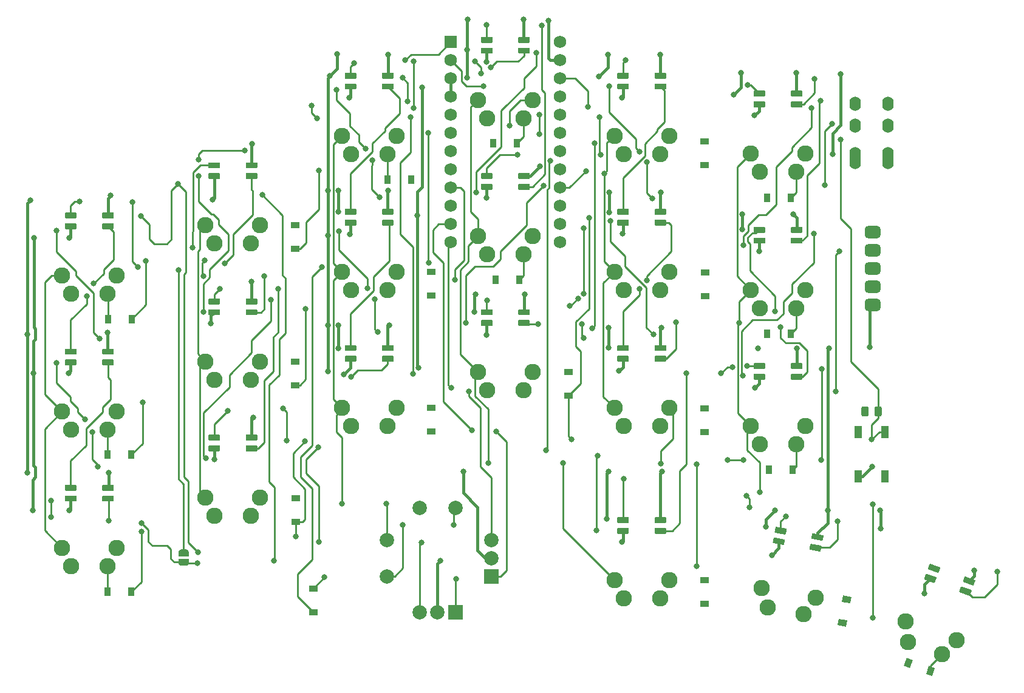
<source format=gbr>
%TF.GenerationSoftware,KiCad,Pcbnew,(5.1.10)-1*%
%TF.CreationDate,2021-12-02T09:38:37-08:00*%
%TF.ProjectId,luakeeb,6c75616b-6565-4622-9e6b-696361645f70,rev?*%
%TF.SameCoordinates,Original*%
%TF.FileFunction,Copper,L1,Top*%
%TF.FilePolarity,Positive*%
%FSLAX46Y46*%
G04 Gerber Fmt 4.6, Leading zero omitted, Abs format (unit mm)*
G04 Created by KiCad (PCBNEW (5.1.10)-1) date 2021-12-02 09:38:37*
%MOMM*%
%LPD*%
G01*
G04 APERTURE LIST*
%TA.AperFunction,ComponentPad*%
%ADD10C,2.286000*%
%TD*%
%TA.AperFunction,ComponentPad*%
%ADD11R,2.000000X2.000000*%
%TD*%
%TA.AperFunction,ComponentPad*%
%ADD12C,2.000000*%
%TD*%
%TA.AperFunction,SMDPad,CuDef*%
%ADD13C,0.100000*%
%TD*%
%TA.AperFunction,SMDPad,CuDef*%
%ADD14R,0.900000X1.200000*%
%TD*%
%TA.AperFunction,SMDPad,CuDef*%
%ADD15R,1.200000X0.900000*%
%TD*%
%TA.AperFunction,ComponentPad*%
%ADD16O,1.600000X2.000000*%
%TD*%
%TA.AperFunction,ComponentPad*%
%ADD17R,1.752600X1.752600*%
%TD*%
%TA.AperFunction,ComponentPad*%
%ADD18C,1.752600*%
%TD*%
%TA.AperFunction,SMDPad,CuDef*%
%ADD19R,1.100000X1.800000*%
%TD*%
%TA.AperFunction,ViaPad*%
%ADD20C,0.800000*%
%TD*%
%TA.AperFunction,Conductor*%
%ADD21C,0.381000*%
%TD*%
%TA.AperFunction,Conductor*%
%ADD22C,0.254000*%
%TD*%
G04 APERTURE END LIST*
D10*
%TO.P,SW16,2*%
%TO.N,col0*%
X44807588Y-105566485D03*
%TO.P,SW16,1*%
%TO.N,Net-(D85-Pad2)*%
X38457588Y-108106485D03*
X43537588Y-108106485D03*
%TO.P,SW16,2*%
%TO.N,col0*%
X37187588Y-105566485D03*
%TD*%
%TO.P,SW10,2*%
%TO.N,col0*%
X44807589Y-86566486D03*
%TO.P,SW10,1*%
%TO.N,Net-(D83-Pad2)*%
X38457589Y-89106486D03*
X43537589Y-89106486D03*
%TO.P,SW10,2*%
%TO.N,col0*%
X37187589Y-86566486D03*
%TD*%
%TO.P,SW9,2*%
%TO.N,col0*%
X44807589Y-67566487D03*
%TO.P,SW9,1*%
%TO.N,Net-(D80-Pad2)*%
X38457589Y-70106487D03*
X43537589Y-70106487D03*
%TO.P,SW9,2*%
%TO.N,col0*%
X37187589Y-67566487D03*
%TD*%
%TO.P,SW35,2*%
%TO.N,col5*%
X161913614Y-118481872D03*
%TO.P,SW35,1*%
%TO.N,Net-(D35-Pad2)*%
X155077834Y-118696863D03*
X159851473Y-120434326D03*
%TO.P,SW35,2*%
%TO.N,col5*%
X154753156Y-115875679D03*
%TD*%
%TO.P,SW34,2*%
%TO.N,col4*%
X142228725Y-112519768D03*
%TO.P,SW34,1*%
%TO.N,Net-(D30-Pad2)*%
X135534130Y-113918514D03*
X140536953Y-114800647D03*
%TO.P,SW34,2*%
%TO.N,col4*%
X134724490Y-111196569D03*
%TD*%
%TO.P,SW25,2*%
%TO.N,col5*%
X140807585Y-88566487D03*
%TO.P,SW25,1*%
%TO.N,Net-(D25-Pad2)*%
X134457585Y-91106487D03*
X139537585Y-91106487D03*
%TO.P,SW25,2*%
%TO.N,col5*%
X133187585Y-88566487D03*
%TD*%
%TO.P,SW24,2*%
%TO.N,col4*%
X121807586Y-86066487D03*
%TO.P,SW24,1*%
%TO.N,Net-(D24-Pad2)*%
X115457586Y-88606487D03*
X120537586Y-88606487D03*
%TO.P,SW24,2*%
%TO.N,col4*%
X114187586Y-86066487D03*
%TD*%
%TO.P,SW23,2*%
%TO.N,col3*%
X102807586Y-81066487D03*
%TO.P,SW23,1*%
%TO.N,Net-(D20-Pad2)*%
X96457586Y-83606487D03*
X101537586Y-83606487D03*
%TO.P,SW23,2*%
%TO.N,col3*%
X95187586Y-81066487D03*
%TD*%
%TO.P,SW22,2*%
%TO.N,col2*%
X83807587Y-86066486D03*
%TO.P,SW22,1*%
%TO.N,Net-(D17-Pad2)*%
X77457587Y-88606486D03*
X82537587Y-88606486D03*
%TO.P,SW22,2*%
%TO.N,col2*%
X76187587Y-86066486D03*
%TD*%
%TO.P,SW21,2*%
%TO.N,col1*%
X64807588Y-98566485D03*
%TO.P,SW21,1*%
%TO.N,Net-(D21-Pad2)*%
X58457588Y-101106485D03*
X63537588Y-101106485D03*
%TO.P,SW21,2*%
%TO.N,col1*%
X57187588Y-98566485D03*
%TD*%
%TO.P,SW15,2*%
%TO.N,col5*%
X140807585Y-69566488D03*
%TO.P,SW15,1*%
%TO.N,Net-(D15-Pad2)*%
X134457585Y-72106488D03*
X139537585Y-72106488D03*
%TO.P,SW15,2*%
%TO.N,col5*%
X133187585Y-69566488D03*
%TD*%
%TO.P,SW14,2*%
%TO.N,col4*%
X121807586Y-67066487D03*
%TO.P,SW14,1*%
%TO.N,Net-(D14-Pad2)*%
X115457586Y-69606487D03*
X120537586Y-69606487D03*
%TO.P,SW14,2*%
%TO.N,col4*%
X114187586Y-67066487D03*
%TD*%
%TO.P,SW13,2*%
%TO.N,col3*%
X102807587Y-62066487D03*
%TO.P,SW13,1*%
%TO.N,Net-(D13-Pad2)*%
X96457587Y-64606487D03*
X101537587Y-64606487D03*
%TO.P,SW13,2*%
%TO.N,col3*%
X95187587Y-62066487D03*
%TD*%
%TO.P,SW12,2*%
%TO.N,col2*%
X83807588Y-67066487D03*
%TO.P,SW12,1*%
%TO.N,Net-(D12-Pad2)*%
X77457588Y-69606487D03*
X82537588Y-69606487D03*
%TO.P,SW12,2*%
%TO.N,col2*%
X76187588Y-67066487D03*
%TD*%
%TO.P,SW11,2*%
%TO.N,col1*%
X64807589Y-79566486D03*
%TO.P,SW11,1*%
%TO.N,Net-(D11-Pad2)*%
X58457589Y-82106486D03*
X63537589Y-82106486D03*
%TO.P,SW11,2*%
%TO.N,col1*%
X57187589Y-79566486D03*
%TD*%
%TO.P,SW6,2*%
%TO.N,col3*%
X121807586Y-110066487D03*
%TO.P,SW6,1*%
%TO.N,Net-(D26-Pad2)*%
X115457586Y-112606487D03*
X120537586Y-112606487D03*
%TO.P,SW6,2*%
%TO.N,col3*%
X114187586Y-110066487D03*
%TD*%
%TO.P,SW5,2*%
%TO.N,col5*%
X140807585Y-50566489D03*
%TO.P,SW5,1*%
%TO.N,Net-(D31-Pad2)*%
X134457585Y-53106489D03*
X139537585Y-53106489D03*
%TO.P,SW5,2*%
%TO.N,col5*%
X133187585Y-50566489D03*
%TD*%
%TO.P,SW4,2*%
%TO.N,col4*%
X121807586Y-48066488D03*
%TO.P,SW4,1*%
%TO.N,Net-(D27-Pad2)*%
X115457586Y-50606488D03*
X120537586Y-50606488D03*
%TO.P,SW4,2*%
%TO.N,col4*%
X114187586Y-48066488D03*
%TD*%
%TO.P,SW3,2*%
%TO.N,col3*%
X102807587Y-43066488D03*
%TO.P,SW3,1*%
%TO.N,Net-(D18-Pad2)*%
X96457587Y-45606488D03*
X101537587Y-45606488D03*
%TO.P,SW3,2*%
%TO.N,col3*%
X95187587Y-43066488D03*
%TD*%
%TO.P,SW2,2*%
%TO.N,col2*%
X83807588Y-48066488D03*
%TO.P,SW2,1*%
%TO.N,Net-(D10-Pad2)*%
X77457588Y-50606488D03*
X82537588Y-50606488D03*
%TO.P,SW2,2*%
%TO.N,col2*%
X76187588Y-48066488D03*
%TD*%
%TO.P,SW1,2*%
%TO.N,col1*%
X64807589Y-60566487D03*
%TO.P,SW1,1*%
%TO.N,Net-(D1-Pad2)*%
X58457589Y-63106487D03*
X63537589Y-63106487D03*
%TO.P,SW1,2*%
%TO.N,col1*%
X57187589Y-60566487D03*
%TD*%
D11*
%TO.P,SW42,A*%
%TO.N,ENC1A*%
X97011926Y-109529268D03*
D12*
%TO.P,SW42,C*%
%TO.N,GND*%
X97011926Y-107029268D03*
%TO.P,SW42,B*%
%TO.N,ENC1B*%
X97011926Y-104529268D03*
%TO.P,SW42,S2*%
%TO.N,Net-(D37-Pad2)*%
X82511926Y-109529268D03*
%TO.P,SW42,S1*%
%TO.N,col2*%
X82511926Y-104529268D03*
%TD*%
%TA.AperFunction,SMDPad,CuDef*%
D13*
%TO.P,JP2,2*%
%TO.N,Net-(D38-Pad4)*%
G36*
X53396495Y-106273904D02*
G01*
X53396495Y-106249370D01*
X53401305Y-106200539D01*
X53410877Y-106152414D01*
X53425121Y-106105459D01*
X53443898Y-106060126D01*
X53467029Y-106016853D01*
X53494289Y-105976054D01*
X53525417Y-105938125D01*
X53560114Y-105903428D01*
X53598043Y-105872300D01*
X53638842Y-105845040D01*
X53682115Y-105821909D01*
X53727448Y-105803132D01*
X53774403Y-105788888D01*
X53822528Y-105779316D01*
X53871359Y-105774506D01*
X53895893Y-105774506D01*
X53895893Y-105773904D01*
X54395893Y-105773904D01*
X54395893Y-105774506D01*
X54420427Y-105774506D01*
X54469258Y-105779316D01*
X54517383Y-105788888D01*
X54564338Y-105803132D01*
X54609671Y-105821909D01*
X54652944Y-105845040D01*
X54693743Y-105872300D01*
X54731672Y-105903428D01*
X54766369Y-105938125D01*
X54797497Y-105976054D01*
X54824757Y-106016853D01*
X54847888Y-106060126D01*
X54866665Y-106105459D01*
X54880909Y-106152414D01*
X54890481Y-106200539D01*
X54895291Y-106249370D01*
X54895291Y-106273904D01*
X54895893Y-106273904D01*
X54895893Y-106773904D01*
X53395893Y-106773904D01*
X53395893Y-106273904D01*
X53396495Y-106273904D01*
G37*
%TD.AperFunction*%
%TA.AperFunction,SMDPad,CuDef*%
%TO.P,JP2,1*%
%TO.N,led*%
G36*
X54895893Y-107073904D02*
G01*
X54895893Y-107573904D01*
X54895291Y-107573904D01*
X54895291Y-107598438D01*
X54890481Y-107647269D01*
X54880909Y-107695394D01*
X54866665Y-107742349D01*
X54847888Y-107787682D01*
X54824757Y-107830955D01*
X54797497Y-107871754D01*
X54766369Y-107909683D01*
X54731672Y-107944380D01*
X54693743Y-107975508D01*
X54652944Y-108002768D01*
X54609671Y-108025899D01*
X54564338Y-108044676D01*
X54517383Y-108058920D01*
X54469258Y-108068492D01*
X54420427Y-108073302D01*
X54395893Y-108073302D01*
X54395893Y-108073904D01*
X53895893Y-108073904D01*
X53895893Y-108073302D01*
X53871359Y-108073302D01*
X53822528Y-108068492D01*
X53774403Y-108058920D01*
X53727448Y-108044676D01*
X53682115Y-108025899D01*
X53638842Y-108002768D01*
X53598043Y-107975508D01*
X53560114Y-107944380D01*
X53525417Y-107909683D01*
X53494289Y-107871754D01*
X53467029Y-107830955D01*
X53443898Y-107787682D01*
X53425121Y-107742349D01*
X53410877Y-107695394D01*
X53401305Y-107647269D01*
X53396495Y-107598438D01*
X53396495Y-107573904D01*
X53395893Y-107573904D01*
X53395893Y-107073904D01*
X54895893Y-107073904D01*
G37*
%TD.AperFunction*%
%TD*%
D14*
%TO.P,D85,2*%
%TO.N,Net-(D85-Pad2)*%
X43542393Y-111673704D03*
%TO.P,D85,1*%
%TO.N,row2*%
X46842393Y-111673704D03*
%TD*%
%TO.P,D84,1*%
%TO.N,row1*%
X46842393Y-92572904D03*
%TO.P,D84,2*%
%TO.N,Net-(D83-Pad2)*%
X43542393Y-92572904D03*
%TD*%
%TO.P,D80,2*%
%TO.N,Net-(D80-Pad2)*%
X43580493Y-73700704D03*
%TO.P,D80,1*%
%TO.N,row0*%
X46880493Y-73700704D03*
%TD*%
%TO.P,D78,3*%
%TO.N,GND*%
%TA.AperFunction,SMDPad,CuDef*%
G36*
G01*
X44315589Y-59606488D02*
X42879589Y-59606488D01*
G75*
G02*
X42797589Y-59524488I0J82000D01*
G01*
X42797589Y-58868488D01*
G75*
G02*
X42879589Y-58786488I82000J0D01*
G01*
X44315589Y-58786488D01*
G75*
G02*
X44397589Y-58868488I0J-82000D01*
G01*
X44397589Y-59524488D01*
G75*
G02*
X44315589Y-59606488I-82000J0D01*
G01*
G37*
%TD.AperFunction*%
%TO.P,D78,4*%
%TO.N,Net-(D76-Pad2)*%
%TA.AperFunction,SMDPad,CuDef*%
G36*
G01*
X44315589Y-61106488D02*
X42879589Y-61106488D01*
G75*
G02*
X42797589Y-61024488I0J82000D01*
G01*
X42797589Y-60368488D01*
G75*
G02*
X42879589Y-60286488I82000J0D01*
G01*
X44315589Y-60286488D01*
G75*
G02*
X44397589Y-60368488I0J-82000D01*
G01*
X44397589Y-61024488D01*
G75*
G02*
X44315589Y-61106488I-82000J0D01*
G01*
G37*
%TD.AperFunction*%
%TO.P,D78,2*%
%TO.N,Net-(D38-Pad4)*%
%TA.AperFunction,SMDPad,CuDef*%
G36*
G01*
X39115589Y-59606488D02*
X37679589Y-59606488D01*
G75*
G02*
X37597589Y-59524488I0J82000D01*
G01*
X37597589Y-58868488D01*
G75*
G02*
X37679589Y-58786488I82000J0D01*
G01*
X39115589Y-58786488D01*
G75*
G02*
X39197589Y-58868488I0J-82000D01*
G01*
X39197589Y-59524488D01*
G75*
G02*
X39115589Y-59606488I-82000J0D01*
G01*
G37*
%TD.AperFunction*%
%TO.P,D78,1*%
%TO.N,+5V*%
%TA.AperFunction,SMDPad,CuDef*%
G36*
G01*
X39115589Y-61106488D02*
X37679589Y-61106488D01*
G75*
G02*
X37597589Y-61024488I0J82000D01*
G01*
X37597589Y-60368488D01*
G75*
G02*
X37679589Y-60286488I82000J0D01*
G01*
X39115589Y-60286488D01*
G75*
G02*
X39197589Y-60368488I0J-82000D01*
G01*
X39197589Y-61024488D01*
G75*
G02*
X39115589Y-61106488I-82000J0D01*
G01*
G37*
%TD.AperFunction*%
%TD*%
%TO.P,D76,3*%
%TO.N,GND*%
%TA.AperFunction,SMDPad,CuDef*%
G36*
G01*
X44315589Y-78606487D02*
X42879589Y-78606487D01*
G75*
G02*
X42797589Y-78524487I0J82000D01*
G01*
X42797589Y-77868487D01*
G75*
G02*
X42879589Y-77786487I82000J0D01*
G01*
X44315589Y-77786487D01*
G75*
G02*
X44397589Y-77868487I0J-82000D01*
G01*
X44397589Y-78524487D01*
G75*
G02*
X44315589Y-78606487I-82000J0D01*
G01*
G37*
%TD.AperFunction*%
%TO.P,D76,4*%
%TO.N,Net-(D74-Pad2)*%
%TA.AperFunction,SMDPad,CuDef*%
G36*
G01*
X44315589Y-80106487D02*
X42879589Y-80106487D01*
G75*
G02*
X42797589Y-80024487I0J82000D01*
G01*
X42797589Y-79368487D01*
G75*
G02*
X42879589Y-79286487I82000J0D01*
G01*
X44315589Y-79286487D01*
G75*
G02*
X44397589Y-79368487I0J-82000D01*
G01*
X44397589Y-80024487D01*
G75*
G02*
X44315589Y-80106487I-82000J0D01*
G01*
G37*
%TD.AperFunction*%
%TO.P,D76,2*%
%TO.N,Net-(D76-Pad2)*%
%TA.AperFunction,SMDPad,CuDef*%
G36*
G01*
X39115589Y-78606487D02*
X37679589Y-78606487D01*
G75*
G02*
X37597589Y-78524487I0J82000D01*
G01*
X37597589Y-77868487D01*
G75*
G02*
X37679589Y-77786487I82000J0D01*
G01*
X39115589Y-77786487D01*
G75*
G02*
X39197589Y-77868487I0J-82000D01*
G01*
X39197589Y-78524487D01*
G75*
G02*
X39115589Y-78606487I-82000J0D01*
G01*
G37*
%TD.AperFunction*%
%TO.P,D76,1*%
%TO.N,+5V*%
%TA.AperFunction,SMDPad,CuDef*%
G36*
G01*
X39115589Y-80106487D02*
X37679589Y-80106487D01*
G75*
G02*
X37597589Y-80024487I0J82000D01*
G01*
X37597589Y-79368487D01*
G75*
G02*
X37679589Y-79286487I82000J0D01*
G01*
X39115589Y-79286487D01*
G75*
G02*
X39197589Y-79368487I0J-82000D01*
G01*
X39197589Y-80024487D01*
G75*
G02*
X39115589Y-80106487I-82000J0D01*
G01*
G37*
%TD.AperFunction*%
%TD*%
%TO.P,D74,3*%
%TO.N,GND*%
%TA.AperFunction,SMDPad,CuDef*%
G36*
G01*
X44315588Y-97606486D02*
X42879588Y-97606486D01*
G75*
G02*
X42797588Y-97524486I0J82000D01*
G01*
X42797588Y-96868486D01*
G75*
G02*
X42879588Y-96786486I82000J0D01*
G01*
X44315588Y-96786486D01*
G75*
G02*
X44397588Y-96868486I0J-82000D01*
G01*
X44397588Y-97524486D01*
G75*
G02*
X44315588Y-97606486I-82000J0D01*
G01*
G37*
%TD.AperFunction*%
%TO.P,D74,4*%
%TO.N,led*%
%TA.AperFunction,SMDPad,CuDef*%
G36*
G01*
X44315588Y-99106486D02*
X42879588Y-99106486D01*
G75*
G02*
X42797588Y-99024486I0J82000D01*
G01*
X42797588Y-98368486D01*
G75*
G02*
X42879588Y-98286486I82000J0D01*
G01*
X44315588Y-98286486D01*
G75*
G02*
X44397588Y-98368486I0J-82000D01*
G01*
X44397588Y-99024486D01*
G75*
G02*
X44315588Y-99106486I-82000J0D01*
G01*
G37*
%TD.AperFunction*%
%TO.P,D74,2*%
%TO.N,Net-(D74-Pad2)*%
%TA.AperFunction,SMDPad,CuDef*%
G36*
G01*
X39115588Y-97606486D02*
X37679588Y-97606486D01*
G75*
G02*
X37597588Y-97524486I0J82000D01*
G01*
X37597588Y-96868486D01*
G75*
G02*
X37679588Y-96786486I82000J0D01*
G01*
X39115588Y-96786486D01*
G75*
G02*
X39197588Y-96868486I0J-82000D01*
G01*
X39197588Y-97524486D01*
G75*
G02*
X39115588Y-97606486I-82000J0D01*
G01*
G37*
%TD.AperFunction*%
%TO.P,D74,1*%
%TO.N,+5V*%
%TA.AperFunction,SMDPad,CuDef*%
G36*
G01*
X39115588Y-99106486D02*
X37679588Y-99106486D01*
G75*
G02*
X37597588Y-99024486I0J82000D01*
G01*
X37597588Y-98368486D01*
G75*
G02*
X37679588Y-98286486I82000J0D01*
G01*
X39115588Y-98286486D01*
G75*
G02*
X39197588Y-98368486I0J-82000D01*
G01*
X39197588Y-99024486D01*
G75*
G02*
X39115588Y-99106486I-82000J0D01*
G01*
G37*
%TD.AperFunction*%
%TD*%
D11*
%TO.P,SW7,A*%
%TO.N,ENC1A*%
X92011926Y-114529268D03*
D12*
%TO.P,SW7,C*%
%TO.N,GND*%
X89511926Y-114529268D03*
%TO.P,SW7,B*%
%TO.N,ENC1B*%
X87011926Y-114529268D03*
%TO.P,SW7,S2*%
%TO.N,Net-(D37-Pad2)*%
X92011926Y-100029268D03*
%TO.P,SW7,S1*%
%TO.N,col2*%
X87011926Y-100029268D03*
%TD*%
%TO.P,D73,3*%
%TO.N,GND*%
%TA.AperFunction,SMDPad,CuDef*%
G36*
G01*
X164173765Y-110833646D02*
X162824366Y-110342505D01*
G75*
G02*
X162775357Y-110237404I28046J77055D01*
G01*
X162999722Y-109620965D01*
G75*
G02*
X163104823Y-109571956I77055J-28046D01*
G01*
X164454222Y-110063097D01*
G75*
G02*
X164503231Y-110168198I-28046J-77055D01*
G01*
X164278866Y-110784637D01*
G75*
G02*
X164173765Y-110833646I-77055J28046D01*
G01*
G37*
%TD.AperFunction*%
%TO.P,D73,4*%
%TO.N,Net-(D71-Pad2)*%
%TA.AperFunction,SMDPad,CuDef*%
G36*
G01*
X163660735Y-112243185D02*
X162311336Y-111752044D01*
G75*
G02*
X162262327Y-111646943I28046J77055D01*
G01*
X162486692Y-111030504D01*
G75*
G02*
X162591793Y-110981495I77055J-28046D01*
G01*
X163941192Y-111472636D01*
G75*
G02*
X163990201Y-111577737I-28046J-77055D01*
G01*
X163765836Y-112194176D01*
G75*
G02*
X163660735Y-112243185I-77055J28046D01*
G01*
G37*
%TD.AperFunction*%
%TO.P,D73,2*%
%TO.N,Net-(D73-Pad2)*%
%TA.AperFunction,SMDPad,CuDef*%
G36*
G01*
X159287363Y-109055142D02*
X157937964Y-108564001D01*
G75*
G02*
X157888955Y-108458900I28046J77055D01*
G01*
X158113320Y-107842461D01*
G75*
G02*
X158218421Y-107793452I77055J-28046D01*
G01*
X159567820Y-108284593D01*
G75*
G02*
X159616829Y-108389694I-28046J-77055D01*
G01*
X159392464Y-109006133D01*
G75*
G02*
X159287363Y-109055142I-77055J28046D01*
G01*
G37*
%TD.AperFunction*%
%TO.P,D73,1*%
%TO.N,+5V*%
%TA.AperFunction,SMDPad,CuDef*%
G36*
G01*
X158774333Y-110464681D02*
X157424934Y-109973540D01*
G75*
G02*
X157375925Y-109868439I28046J77055D01*
G01*
X157600290Y-109252000D01*
G75*
G02*
X157705391Y-109202991I77055J-28046D01*
G01*
X159054790Y-109694132D01*
G75*
G02*
X159103799Y-109799233I-28046J-77055D01*
G01*
X158879434Y-110415672D01*
G75*
G02*
X158774333Y-110464681I-77055J28046D01*
G01*
G37*
%TD.AperFunction*%
%TD*%
%TO.P,D72,3*%
%TO.N,GND*%
%TA.AperFunction,SMDPad,CuDef*%
G36*
G01*
X102315586Y-73106488D02*
X100879586Y-73106488D01*
G75*
G02*
X100797586Y-73024488I0J82000D01*
G01*
X100797586Y-72368488D01*
G75*
G02*
X100879586Y-72286488I82000J0D01*
G01*
X102315586Y-72286488D01*
G75*
G02*
X102397586Y-72368488I0J-82000D01*
G01*
X102397586Y-73024488D01*
G75*
G02*
X102315586Y-73106488I-82000J0D01*
G01*
G37*
%TD.AperFunction*%
%TO.P,D72,4*%
%TO.N,Net-(D70-Pad2)*%
%TA.AperFunction,SMDPad,CuDef*%
G36*
G01*
X102315586Y-74606488D02*
X100879586Y-74606488D01*
G75*
G02*
X100797586Y-74524488I0J82000D01*
G01*
X100797586Y-73868488D01*
G75*
G02*
X100879586Y-73786488I82000J0D01*
G01*
X102315586Y-73786488D01*
G75*
G02*
X102397586Y-73868488I0J-82000D01*
G01*
X102397586Y-74524488D01*
G75*
G02*
X102315586Y-74606488I-82000J0D01*
G01*
G37*
%TD.AperFunction*%
%TO.P,D72,2*%
%TO.N,Net-(D39-Pad4)*%
%TA.AperFunction,SMDPad,CuDef*%
G36*
G01*
X97115586Y-73106488D02*
X95679586Y-73106488D01*
G75*
G02*
X95597586Y-73024488I0J82000D01*
G01*
X95597586Y-72368488D01*
G75*
G02*
X95679586Y-72286488I82000J0D01*
G01*
X97115586Y-72286488D01*
G75*
G02*
X97197586Y-72368488I0J-82000D01*
G01*
X97197586Y-73024488D01*
G75*
G02*
X97115586Y-73106488I-82000J0D01*
G01*
G37*
%TD.AperFunction*%
%TO.P,D72,1*%
%TO.N,+5V*%
%TA.AperFunction,SMDPad,CuDef*%
G36*
G01*
X97115586Y-74606488D02*
X95679586Y-74606488D01*
G75*
G02*
X95597586Y-74524488I0J82000D01*
G01*
X95597586Y-73868488D01*
G75*
G02*
X95679586Y-73786488I82000J0D01*
G01*
X97115586Y-73786488D01*
G75*
G02*
X97197586Y-73868488I0J-82000D01*
G01*
X97197586Y-74524488D01*
G75*
G02*
X97115586Y-74606488I-82000J0D01*
G01*
G37*
%TD.AperFunction*%
%TD*%
%TO.P,D71,3*%
%TO.N,GND*%
%TA.AperFunction,SMDPad,CuDef*%
G36*
G01*
X143126439Y-104595264D02*
X141712255Y-104345906D01*
G75*
G02*
X141645740Y-104250913I14239J80754D01*
G01*
X141759654Y-103604879D01*
G75*
G02*
X141854647Y-103538364I80754J-14239D01*
G01*
X143268831Y-103787722D01*
G75*
G02*
X143335346Y-103882715I-14239J-80754D01*
G01*
X143221432Y-104528749D01*
G75*
G02*
X143126439Y-104595264I-80754J14239D01*
G01*
G37*
%TD.AperFunction*%
%TO.P,D71,4*%
%TO.N,Net-(D68-Pad2)*%
%TA.AperFunction,SMDPad,CuDef*%
G36*
G01*
X142865967Y-106072476D02*
X141451783Y-105823118D01*
G75*
G02*
X141385268Y-105728125I14239J80754D01*
G01*
X141499182Y-105082091D01*
G75*
G02*
X141594175Y-105015576I80754J-14239D01*
G01*
X143008359Y-105264934D01*
G75*
G02*
X143074874Y-105359927I-14239J-80754D01*
G01*
X142960960Y-106005961D01*
G75*
G02*
X142865967Y-106072476I-80754J14239D01*
G01*
G37*
%TD.AperFunction*%
%TO.P,D71,2*%
%TO.N,Net-(D71-Pad2)*%
%TA.AperFunction,SMDPad,CuDef*%
G36*
G01*
X138005439Y-103692294D02*
X136591255Y-103442936D01*
G75*
G02*
X136524740Y-103347943I14239J80754D01*
G01*
X136638654Y-102701909D01*
G75*
G02*
X136733647Y-102635394I80754J-14239D01*
G01*
X138147831Y-102884752D01*
G75*
G02*
X138214346Y-102979745I-14239J-80754D01*
G01*
X138100432Y-103625779D01*
G75*
G02*
X138005439Y-103692294I-80754J14239D01*
G01*
G37*
%TD.AperFunction*%
%TO.P,D71,1*%
%TO.N,+5V*%
%TA.AperFunction,SMDPad,CuDef*%
G36*
G01*
X137744966Y-105169505D02*
X136330782Y-104920147D01*
G75*
G02*
X136264267Y-104825154I14239J80754D01*
G01*
X136378181Y-104179120D01*
G75*
G02*
X136473174Y-104112605I80754J-14239D01*
G01*
X137887358Y-104361963D01*
G75*
G02*
X137953873Y-104456956I-14239J-80754D01*
G01*
X137839959Y-105102990D01*
G75*
G02*
X137744966Y-105169505I-80754J14239D01*
G01*
G37*
%TD.AperFunction*%
%TD*%
%TO.P,D70,3*%
%TO.N,GND*%
%TA.AperFunction,SMDPad,CuDef*%
G36*
G01*
X102315587Y-54106488D02*
X100879587Y-54106488D01*
G75*
G02*
X100797587Y-54024488I0J82000D01*
G01*
X100797587Y-53368488D01*
G75*
G02*
X100879587Y-53286488I82000J0D01*
G01*
X102315587Y-53286488D01*
G75*
G02*
X102397587Y-53368488I0J-82000D01*
G01*
X102397587Y-54024488D01*
G75*
G02*
X102315587Y-54106488I-82000J0D01*
G01*
G37*
%TD.AperFunction*%
%TO.P,D70,4*%
%TO.N,Net-(D69-Pad2)*%
%TA.AperFunction,SMDPad,CuDef*%
G36*
G01*
X102315587Y-55606488D02*
X100879587Y-55606488D01*
G75*
G02*
X100797587Y-55524488I0J82000D01*
G01*
X100797587Y-54868488D01*
G75*
G02*
X100879587Y-54786488I82000J0D01*
G01*
X102315587Y-54786488D01*
G75*
G02*
X102397587Y-54868488I0J-82000D01*
G01*
X102397587Y-55524488D01*
G75*
G02*
X102315587Y-55606488I-82000J0D01*
G01*
G37*
%TD.AperFunction*%
%TO.P,D70,2*%
%TO.N,Net-(D70-Pad2)*%
%TA.AperFunction,SMDPad,CuDef*%
G36*
G01*
X97115587Y-54106488D02*
X95679587Y-54106488D01*
G75*
G02*
X95597587Y-54024488I0J82000D01*
G01*
X95597587Y-53368488D01*
G75*
G02*
X95679587Y-53286488I82000J0D01*
G01*
X97115587Y-53286488D01*
G75*
G02*
X97197587Y-53368488I0J-82000D01*
G01*
X97197587Y-54024488D01*
G75*
G02*
X97115587Y-54106488I-82000J0D01*
G01*
G37*
%TD.AperFunction*%
%TO.P,D70,1*%
%TO.N,+5V*%
%TA.AperFunction,SMDPad,CuDef*%
G36*
G01*
X97115587Y-55606488D02*
X95679587Y-55606488D01*
G75*
G02*
X95597587Y-55524488I0J82000D01*
G01*
X95597587Y-54868488D01*
G75*
G02*
X95679587Y-54786488I82000J0D01*
G01*
X97115587Y-54786488D01*
G75*
G02*
X97197587Y-54868488I0J-82000D01*
G01*
X97197587Y-55524488D01*
G75*
G02*
X97115587Y-55606488I-82000J0D01*
G01*
G37*
%TD.AperFunction*%
%TD*%
%TO.P,D69,3*%
%TO.N,GND*%
%TA.AperFunction,SMDPad,CuDef*%
G36*
G01*
X102315587Y-35106489D02*
X100879587Y-35106489D01*
G75*
G02*
X100797587Y-35024489I0J82000D01*
G01*
X100797587Y-34368489D01*
G75*
G02*
X100879587Y-34286489I82000J0D01*
G01*
X102315587Y-34286489D01*
G75*
G02*
X102397587Y-34368489I0J-82000D01*
G01*
X102397587Y-35024489D01*
G75*
G02*
X102315587Y-35106489I-82000J0D01*
G01*
G37*
%TD.AperFunction*%
%TO.P,D69,4*%
%TO.N,Net-(D67-Pad2)*%
%TA.AperFunction,SMDPad,CuDef*%
G36*
G01*
X102315587Y-36606489D02*
X100879587Y-36606489D01*
G75*
G02*
X100797587Y-36524489I0J82000D01*
G01*
X100797587Y-35868489D01*
G75*
G02*
X100879587Y-35786489I82000J0D01*
G01*
X102315587Y-35786489D01*
G75*
G02*
X102397587Y-35868489I0J-82000D01*
G01*
X102397587Y-36524489D01*
G75*
G02*
X102315587Y-36606489I-82000J0D01*
G01*
G37*
%TD.AperFunction*%
%TO.P,D69,2*%
%TO.N,Net-(D69-Pad2)*%
%TA.AperFunction,SMDPad,CuDef*%
G36*
G01*
X97115587Y-35106489D02*
X95679587Y-35106489D01*
G75*
G02*
X95597587Y-35024489I0J82000D01*
G01*
X95597587Y-34368489D01*
G75*
G02*
X95679587Y-34286489I82000J0D01*
G01*
X97115587Y-34286489D01*
G75*
G02*
X97197587Y-34368489I0J-82000D01*
G01*
X97197587Y-35024489D01*
G75*
G02*
X97115587Y-35106489I-82000J0D01*
G01*
G37*
%TD.AperFunction*%
%TO.P,D69,1*%
%TO.N,+5V*%
%TA.AperFunction,SMDPad,CuDef*%
G36*
G01*
X97115587Y-36606489D02*
X95679587Y-36606489D01*
G75*
G02*
X95597587Y-36524489I0J82000D01*
G01*
X95597587Y-35868489D01*
G75*
G02*
X95679587Y-35786489I82000J0D01*
G01*
X97115587Y-35786489D01*
G75*
G02*
X97197587Y-35868489I0J-82000D01*
G01*
X97197587Y-36524489D01*
G75*
G02*
X97115587Y-36606489I-82000J0D01*
G01*
G37*
%TD.AperFunction*%
%TD*%
%TO.P,D68,3*%
%TO.N,GND*%
%TA.AperFunction,SMDPad,CuDef*%
G36*
G01*
X121315586Y-102106488D02*
X119879586Y-102106488D01*
G75*
G02*
X119797586Y-102024488I0J82000D01*
G01*
X119797586Y-101368488D01*
G75*
G02*
X119879586Y-101286488I82000J0D01*
G01*
X121315586Y-101286488D01*
G75*
G02*
X121397586Y-101368488I0J-82000D01*
G01*
X121397586Y-102024488D01*
G75*
G02*
X121315586Y-102106488I-82000J0D01*
G01*
G37*
%TD.AperFunction*%
%TO.P,D68,4*%
%TO.N,Net-(D66-Pad2)*%
%TA.AperFunction,SMDPad,CuDef*%
G36*
G01*
X121315586Y-103606488D02*
X119879586Y-103606488D01*
G75*
G02*
X119797586Y-103524488I0J82000D01*
G01*
X119797586Y-102868488D01*
G75*
G02*
X119879586Y-102786488I82000J0D01*
G01*
X121315586Y-102786488D01*
G75*
G02*
X121397586Y-102868488I0J-82000D01*
G01*
X121397586Y-103524488D01*
G75*
G02*
X121315586Y-103606488I-82000J0D01*
G01*
G37*
%TD.AperFunction*%
%TO.P,D68,2*%
%TO.N,Net-(D68-Pad2)*%
%TA.AperFunction,SMDPad,CuDef*%
G36*
G01*
X116115586Y-102106488D02*
X114679586Y-102106488D01*
G75*
G02*
X114597586Y-102024488I0J82000D01*
G01*
X114597586Y-101368488D01*
G75*
G02*
X114679586Y-101286488I82000J0D01*
G01*
X116115586Y-101286488D01*
G75*
G02*
X116197586Y-101368488I0J-82000D01*
G01*
X116197586Y-102024488D01*
G75*
G02*
X116115586Y-102106488I-82000J0D01*
G01*
G37*
%TD.AperFunction*%
%TO.P,D68,1*%
%TO.N,+5V*%
%TA.AperFunction,SMDPad,CuDef*%
G36*
G01*
X116115586Y-103606488D02*
X114679586Y-103606488D01*
G75*
G02*
X114597586Y-103524488I0J82000D01*
G01*
X114597586Y-102868488D01*
G75*
G02*
X114679586Y-102786488I82000J0D01*
G01*
X116115586Y-102786488D01*
G75*
G02*
X116197586Y-102868488I0J-82000D01*
G01*
X116197586Y-103524488D01*
G75*
G02*
X116115586Y-103606488I-82000J0D01*
G01*
G37*
%TD.AperFunction*%
%TD*%
%TO.P,D67,3*%
%TO.N,GND*%
%TA.AperFunction,SMDPad,CuDef*%
G36*
G01*
X83315588Y-40106489D02*
X81879588Y-40106489D01*
G75*
G02*
X81797588Y-40024489I0J82000D01*
G01*
X81797588Y-39368489D01*
G75*
G02*
X81879588Y-39286489I82000J0D01*
G01*
X83315588Y-39286489D01*
G75*
G02*
X83397588Y-39368489I0J-82000D01*
G01*
X83397588Y-40024489D01*
G75*
G02*
X83315588Y-40106489I-82000J0D01*
G01*
G37*
%TD.AperFunction*%
%TO.P,D67,4*%
%TO.N,Net-(D65-Pad2)*%
%TA.AperFunction,SMDPad,CuDef*%
G36*
G01*
X83315588Y-41606489D02*
X81879588Y-41606489D01*
G75*
G02*
X81797588Y-41524489I0J82000D01*
G01*
X81797588Y-40868489D01*
G75*
G02*
X81879588Y-40786489I82000J0D01*
G01*
X83315588Y-40786489D01*
G75*
G02*
X83397588Y-40868489I0J-82000D01*
G01*
X83397588Y-41524489D01*
G75*
G02*
X83315588Y-41606489I-82000J0D01*
G01*
G37*
%TD.AperFunction*%
%TO.P,D67,2*%
%TO.N,Net-(D67-Pad2)*%
%TA.AperFunction,SMDPad,CuDef*%
G36*
G01*
X78115588Y-40106489D02*
X76679588Y-40106489D01*
G75*
G02*
X76597588Y-40024489I0J82000D01*
G01*
X76597588Y-39368489D01*
G75*
G02*
X76679588Y-39286489I82000J0D01*
G01*
X78115588Y-39286489D01*
G75*
G02*
X78197588Y-39368489I0J-82000D01*
G01*
X78197588Y-40024489D01*
G75*
G02*
X78115588Y-40106489I-82000J0D01*
G01*
G37*
%TD.AperFunction*%
%TO.P,D67,1*%
%TO.N,+5V*%
%TA.AperFunction,SMDPad,CuDef*%
G36*
G01*
X78115588Y-41606489D02*
X76679588Y-41606489D01*
G75*
G02*
X76597588Y-41524489I0J82000D01*
G01*
X76597588Y-40868489D01*
G75*
G02*
X76679588Y-40786489I82000J0D01*
G01*
X78115588Y-40786489D01*
G75*
G02*
X78197588Y-40868489I0J-82000D01*
G01*
X78197588Y-41524489D01*
G75*
G02*
X78115588Y-41606489I-82000J0D01*
G01*
G37*
%TD.AperFunction*%
%TD*%
%TO.P,D66,3*%
%TO.N,GND*%
%TA.AperFunction,SMDPad,CuDef*%
G36*
G01*
X140315585Y-80606488D02*
X138879585Y-80606488D01*
G75*
G02*
X138797585Y-80524488I0J82000D01*
G01*
X138797585Y-79868488D01*
G75*
G02*
X138879585Y-79786488I82000J0D01*
G01*
X140315585Y-79786488D01*
G75*
G02*
X140397585Y-79868488I0J-82000D01*
G01*
X140397585Y-80524488D01*
G75*
G02*
X140315585Y-80606488I-82000J0D01*
G01*
G37*
%TD.AperFunction*%
%TO.P,D66,4*%
%TO.N,Net-(D64-Pad2)*%
%TA.AperFunction,SMDPad,CuDef*%
G36*
G01*
X140315585Y-82106488D02*
X138879585Y-82106488D01*
G75*
G02*
X138797585Y-82024488I0J82000D01*
G01*
X138797585Y-81368488D01*
G75*
G02*
X138879585Y-81286488I82000J0D01*
G01*
X140315585Y-81286488D01*
G75*
G02*
X140397585Y-81368488I0J-82000D01*
G01*
X140397585Y-82024488D01*
G75*
G02*
X140315585Y-82106488I-82000J0D01*
G01*
G37*
%TD.AperFunction*%
%TO.P,D66,2*%
%TO.N,Net-(D66-Pad2)*%
%TA.AperFunction,SMDPad,CuDef*%
G36*
G01*
X135115585Y-80606488D02*
X133679585Y-80606488D01*
G75*
G02*
X133597585Y-80524488I0J82000D01*
G01*
X133597585Y-79868488D01*
G75*
G02*
X133679585Y-79786488I82000J0D01*
G01*
X135115585Y-79786488D01*
G75*
G02*
X135197585Y-79868488I0J-82000D01*
G01*
X135197585Y-80524488D01*
G75*
G02*
X135115585Y-80606488I-82000J0D01*
G01*
G37*
%TD.AperFunction*%
%TO.P,D66,1*%
%TO.N,+5V*%
%TA.AperFunction,SMDPad,CuDef*%
G36*
G01*
X135115585Y-82106488D02*
X133679585Y-82106488D01*
G75*
G02*
X133597585Y-82024488I0J82000D01*
G01*
X133597585Y-81368488D01*
G75*
G02*
X133679585Y-81286488I82000J0D01*
G01*
X135115585Y-81286488D01*
G75*
G02*
X135197585Y-81368488I0J-82000D01*
G01*
X135197585Y-82024488D01*
G75*
G02*
X135115585Y-82106488I-82000J0D01*
G01*
G37*
%TD.AperFunction*%
%TD*%
%TO.P,D65,3*%
%TO.N,GND*%
%TA.AperFunction,SMDPad,CuDef*%
G36*
G01*
X83315588Y-59106488D02*
X81879588Y-59106488D01*
G75*
G02*
X81797588Y-59024488I0J82000D01*
G01*
X81797588Y-58368488D01*
G75*
G02*
X81879588Y-58286488I82000J0D01*
G01*
X83315588Y-58286488D01*
G75*
G02*
X83397588Y-58368488I0J-82000D01*
G01*
X83397588Y-59024488D01*
G75*
G02*
X83315588Y-59106488I-82000J0D01*
G01*
G37*
%TD.AperFunction*%
%TO.P,D65,4*%
%TO.N,Net-(D63-Pad2)*%
%TA.AperFunction,SMDPad,CuDef*%
G36*
G01*
X83315588Y-60606488D02*
X81879588Y-60606488D01*
G75*
G02*
X81797588Y-60524488I0J82000D01*
G01*
X81797588Y-59868488D01*
G75*
G02*
X81879588Y-59786488I82000J0D01*
G01*
X83315588Y-59786488D01*
G75*
G02*
X83397588Y-59868488I0J-82000D01*
G01*
X83397588Y-60524488D01*
G75*
G02*
X83315588Y-60606488I-82000J0D01*
G01*
G37*
%TD.AperFunction*%
%TO.P,D65,2*%
%TO.N,Net-(D65-Pad2)*%
%TA.AperFunction,SMDPad,CuDef*%
G36*
G01*
X78115588Y-59106488D02*
X76679588Y-59106488D01*
G75*
G02*
X76597588Y-59024488I0J82000D01*
G01*
X76597588Y-58368488D01*
G75*
G02*
X76679588Y-58286488I82000J0D01*
G01*
X78115588Y-58286488D01*
G75*
G02*
X78197588Y-58368488I0J-82000D01*
G01*
X78197588Y-59024488D01*
G75*
G02*
X78115588Y-59106488I-82000J0D01*
G01*
G37*
%TD.AperFunction*%
%TO.P,D65,1*%
%TO.N,+5V*%
%TA.AperFunction,SMDPad,CuDef*%
G36*
G01*
X78115588Y-60606488D02*
X76679588Y-60606488D01*
G75*
G02*
X76597588Y-60524488I0J82000D01*
G01*
X76597588Y-59868488D01*
G75*
G02*
X76679588Y-59786488I82000J0D01*
G01*
X78115588Y-59786488D01*
G75*
G02*
X78197588Y-59868488I0J-82000D01*
G01*
X78197588Y-60524488D01*
G75*
G02*
X78115588Y-60606488I-82000J0D01*
G01*
G37*
%TD.AperFunction*%
%TD*%
%TO.P,D64,3*%
%TO.N,GND*%
%TA.AperFunction,SMDPad,CuDef*%
G36*
G01*
X140315585Y-61606489D02*
X138879585Y-61606489D01*
G75*
G02*
X138797585Y-61524489I0J82000D01*
G01*
X138797585Y-60868489D01*
G75*
G02*
X138879585Y-60786489I82000J0D01*
G01*
X140315585Y-60786489D01*
G75*
G02*
X140397585Y-60868489I0J-82000D01*
G01*
X140397585Y-61524489D01*
G75*
G02*
X140315585Y-61606489I-82000J0D01*
G01*
G37*
%TD.AperFunction*%
%TO.P,D64,4*%
%TO.N,Net-(D62-Pad2)*%
%TA.AperFunction,SMDPad,CuDef*%
G36*
G01*
X140315585Y-63106489D02*
X138879585Y-63106489D01*
G75*
G02*
X138797585Y-63024489I0J82000D01*
G01*
X138797585Y-62368489D01*
G75*
G02*
X138879585Y-62286489I82000J0D01*
G01*
X140315585Y-62286489D01*
G75*
G02*
X140397585Y-62368489I0J-82000D01*
G01*
X140397585Y-63024489D01*
G75*
G02*
X140315585Y-63106489I-82000J0D01*
G01*
G37*
%TD.AperFunction*%
%TO.P,D64,2*%
%TO.N,Net-(D64-Pad2)*%
%TA.AperFunction,SMDPad,CuDef*%
G36*
G01*
X135115585Y-61606489D02*
X133679585Y-61606489D01*
G75*
G02*
X133597585Y-61524489I0J82000D01*
G01*
X133597585Y-60868489D01*
G75*
G02*
X133679585Y-60786489I82000J0D01*
G01*
X135115585Y-60786489D01*
G75*
G02*
X135197585Y-60868489I0J-82000D01*
G01*
X135197585Y-61524489D01*
G75*
G02*
X135115585Y-61606489I-82000J0D01*
G01*
G37*
%TD.AperFunction*%
%TO.P,D64,1*%
%TO.N,+5V*%
%TA.AperFunction,SMDPad,CuDef*%
G36*
G01*
X135115585Y-63106489D02*
X133679585Y-63106489D01*
G75*
G02*
X133597585Y-63024489I0J82000D01*
G01*
X133597585Y-62368489D01*
G75*
G02*
X133679585Y-62286489I82000J0D01*
G01*
X135115585Y-62286489D01*
G75*
G02*
X135197585Y-62368489I0J-82000D01*
G01*
X135197585Y-63024489D01*
G75*
G02*
X135115585Y-63106489I-82000J0D01*
G01*
G37*
%TD.AperFunction*%
%TD*%
%TO.P,D63,3*%
%TO.N,GND*%
%TA.AperFunction,SMDPad,CuDef*%
G36*
G01*
X83315587Y-78106487D02*
X81879587Y-78106487D01*
G75*
G02*
X81797587Y-78024487I0J82000D01*
G01*
X81797587Y-77368487D01*
G75*
G02*
X81879587Y-77286487I82000J0D01*
G01*
X83315587Y-77286487D01*
G75*
G02*
X83397587Y-77368487I0J-82000D01*
G01*
X83397587Y-78024487D01*
G75*
G02*
X83315587Y-78106487I-82000J0D01*
G01*
G37*
%TD.AperFunction*%
%TO.P,D63,4*%
%TO.N,Net-(D58-Pad2)*%
%TA.AperFunction,SMDPad,CuDef*%
G36*
G01*
X83315587Y-79606487D02*
X81879587Y-79606487D01*
G75*
G02*
X81797587Y-79524487I0J82000D01*
G01*
X81797587Y-78868487D01*
G75*
G02*
X81879587Y-78786487I82000J0D01*
G01*
X83315587Y-78786487D01*
G75*
G02*
X83397587Y-78868487I0J-82000D01*
G01*
X83397587Y-79524487D01*
G75*
G02*
X83315587Y-79606487I-82000J0D01*
G01*
G37*
%TD.AperFunction*%
%TO.P,D63,2*%
%TO.N,Net-(D63-Pad2)*%
%TA.AperFunction,SMDPad,CuDef*%
G36*
G01*
X78115587Y-78106487D02*
X76679587Y-78106487D01*
G75*
G02*
X76597587Y-78024487I0J82000D01*
G01*
X76597587Y-77368487D01*
G75*
G02*
X76679587Y-77286487I82000J0D01*
G01*
X78115587Y-77286487D01*
G75*
G02*
X78197587Y-77368487I0J-82000D01*
G01*
X78197587Y-78024487D01*
G75*
G02*
X78115587Y-78106487I-82000J0D01*
G01*
G37*
%TD.AperFunction*%
%TO.P,D63,1*%
%TO.N,+5V*%
%TA.AperFunction,SMDPad,CuDef*%
G36*
G01*
X78115587Y-79606487D02*
X76679587Y-79606487D01*
G75*
G02*
X76597587Y-79524487I0J82000D01*
G01*
X76597587Y-78868487D01*
G75*
G02*
X76679587Y-78786487I82000J0D01*
G01*
X78115587Y-78786487D01*
G75*
G02*
X78197587Y-78868487I0J-82000D01*
G01*
X78197587Y-79524487D01*
G75*
G02*
X78115587Y-79606487I-82000J0D01*
G01*
G37*
%TD.AperFunction*%
%TD*%
%TO.P,D62,3*%
%TO.N,GND*%
%TA.AperFunction,SMDPad,CuDef*%
G36*
G01*
X140315585Y-42606490D02*
X138879585Y-42606490D01*
G75*
G02*
X138797585Y-42524490I0J82000D01*
G01*
X138797585Y-41868490D01*
G75*
G02*
X138879585Y-41786490I82000J0D01*
G01*
X140315585Y-41786490D01*
G75*
G02*
X140397585Y-41868490I0J-82000D01*
G01*
X140397585Y-42524490D01*
G75*
G02*
X140315585Y-42606490I-82000J0D01*
G01*
G37*
%TD.AperFunction*%
%TO.P,D62,4*%
%TO.N,Net-(D61-Pad2)*%
%TA.AperFunction,SMDPad,CuDef*%
G36*
G01*
X140315585Y-44106490D02*
X138879585Y-44106490D01*
G75*
G02*
X138797585Y-44024490I0J82000D01*
G01*
X138797585Y-43368490D01*
G75*
G02*
X138879585Y-43286490I82000J0D01*
G01*
X140315585Y-43286490D01*
G75*
G02*
X140397585Y-43368490I0J-82000D01*
G01*
X140397585Y-44024490D01*
G75*
G02*
X140315585Y-44106490I-82000J0D01*
G01*
G37*
%TD.AperFunction*%
%TO.P,D62,2*%
%TO.N,Net-(D62-Pad2)*%
%TA.AperFunction,SMDPad,CuDef*%
G36*
G01*
X135115585Y-42606490D02*
X133679585Y-42606490D01*
G75*
G02*
X133597585Y-42524490I0J82000D01*
G01*
X133597585Y-41868490D01*
G75*
G02*
X133679585Y-41786490I82000J0D01*
G01*
X135115585Y-41786490D01*
G75*
G02*
X135197585Y-41868490I0J-82000D01*
G01*
X135197585Y-42524490D01*
G75*
G02*
X135115585Y-42606490I-82000J0D01*
G01*
G37*
%TD.AperFunction*%
%TO.P,D62,1*%
%TO.N,+5V*%
%TA.AperFunction,SMDPad,CuDef*%
G36*
G01*
X135115585Y-44106490D02*
X133679585Y-44106490D01*
G75*
G02*
X133597585Y-44024490I0J82000D01*
G01*
X133597585Y-43368490D01*
G75*
G02*
X133679585Y-43286490I82000J0D01*
G01*
X135115585Y-43286490D01*
G75*
G02*
X135197585Y-43368490I0J-82000D01*
G01*
X135197585Y-44024490D01*
G75*
G02*
X135115585Y-44106490I-82000J0D01*
G01*
G37*
%TD.AperFunction*%
%TD*%
%TO.P,D61,3*%
%TO.N,GND*%
%TA.AperFunction,SMDPad,CuDef*%
G36*
G01*
X121315586Y-40106489D02*
X119879586Y-40106489D01*
G75*
G02*
X119797586Y-40024489I0J82000D01*
G01*
X119797586Y-39368489D01*
G75*
G02*
X119879586Y-39286489I82000J0D01*
G01*
X121315586Y-39286489D01*
G75*
G02*
X121397586Y-39368489I0J-82000D01*
G01*
X121397586Y-40024489D01*
G75*
G02*
X121315586Y-40106489I-82000J0D01*
G01*
G37*
%TD.AperFunction*%
%TO.P,D61,4*%
%TO.N,Net-(D44-Pad2)*%
%TA.AperFunction,SMDPad,CuDef*%
G36*
G01*
X121315586Y-41606489D02*
X119879586Y-41606489D01*
G75*
G02*
X119797586Y-41524489I0J82000D01*
G01*
X119797586Y-40868489D01*
G75*
G02*
X119879586Y-40786489I82000J0D01*
G01*
X121315586Y-40786489D01*
G75*
G02*
X121397586Y-40868489I0J-82000D01*
G01*
X121397586Y-41524489D01*
G75*
G02*
X121315586Y-41606489I-82000J0D01*
G01*
G37*
%TD.AperFunction*%
%TO.P,D61,2*%
%TO.N,Net-(D61-Pad2)*%
%TA.AperFunction,SMDPad,CuDef*%
G36*
G01*
X116115586Y-40106489D02*
X114679586Y-40106489D01*
G75*
G02*
X114597586Y-40024489I0J82000D01*
G01*
X114597586Y-39368489D01*
G75*
G02*
X114679586Y-39286489I82000J0D01*
G01*
X116115586Y-39286489D01*
G75*
G02*
X116197586Y-39368489I0J-82000D01*
G01*
X116197586Y-40024489D01*
G75*
G02*
X116115586Y-40106489I-82000J0D01*
G01*
G37*
%TD.AperFunction*%
%TO.P,D61,1*%
%TO.N,+5V*%
%TA.AperFunction,SMDPad,CuDef*%
G36*
G01*
X116115586Y-41606489D02*
X114679586Y-41606489D01*
G75*
G02*
X114597586Y-41524489I0J82000D01*
G01*
X114597586Y-40868489D01*
G75*
G02*
X114679586Y-40786489I82000J0D01*
G01*
X116115586Y-40786489D01*
G75*
G02*
X116197586Y-40868489I0J-82000D01*
G01*
X116197586Y-41524489D01*
G75*
G02*
X116115586Y-41606489I-82000J0D01*
G01*
G37*
%TD.AperFunction*%
%TD*%
%TO.P,D58,3*%
%TO.N,GND*%
%TA.AperFunction,SMDPad,CuDef*%
G36*
G01*
X64315588Y-90606486D02*
X62879588Y-90606486D01*
G75*
G02*
X62797588Y-90524486I0J82000D01*
G01*
X62797588Y-89868486D01*
G75*
G02*
X62879588Y-89786486I82000J0D01*
G01*
X64315588Y-89786486D01*
G75*
G02*
X64397588Y-89868486I0J-82000D01*
G01*
X64397588Y-90524486D01*
G75*
G02*
X64315588Y-90606486I-82000J0D01*
G01*
G37*
%TD.AperFunction*%
%TO.P,D58,4*%
%TO.N,Net-(D40-Pad2)*%
%TA.AperFunction,SMDPad,CuDef*%
G36*
G01*
X64315588Y-92106486D02*
X62879588Y-92106486D01*
G75*
G02*
X62797588Y-92024486I0J82000D01*
G01*
X62797588Y-91368486D01*
G75*
G02*
X62879588Y-91286486I82000J0D01*
G01*
X64315588Y-91286486D01*
G75*
G02*
X64397588Y-91368486I0J-82000D01*
G01*
X64397588Y-92024486D01*
G75*
G02*
X64315588Y-92106486I-82000J0D01*
G01*
G37*
%TD.AperFunction*%
%TO.P,D58,2*%
%TO.N,Net-(D58-Pad2)*%
%TA.AperFunction,SMDPad,CuDef*%
G36*
G01*
X59115588Y-90606486D02*
X57679588Y-90606486D01*
G75*
G02*
X57597588Y-90524486I0J82000D01*
G01*
X57597588Y-89868486D01*
G75*
G02*
X57679588Y-89786486I82000J0D01*
G01*
X59115588Y-89786486D01*
G75*
G02*
X59197588Y-89868486I0J-82000D01*
G01*
X59197588Y-90524486D01*
G75*
G02*
X59115588Y-90606486I-82000J0D01*
G01*
G37*
%TD.AperFunction*%
%TO.P,D58,1*%
%TO.N,+5V*%
%TA.AperFunction,SMDPad,CuDef*%
G36*
G01*
X59115588Y-92106486D02*
X57679588Y-92106486D01*
G75*
G02*
X57597588Y-92024486I0J82000D01*
G01*
X57597588Y-91368486D01*
G75*
G02*
X57679588Y-91286486I82000J0D01*
G01*
X59115588Y-91286486D01*
G75*
G02*
X59197588Y-91368486I0J-82000D01*
G01*
X59197588Y-92024486D01*
G75*
G02*
X59115588Y-92106486I-82000J0D01*
G01*
G37*
%TD.AperFunction*%
%TD*%
%TO.P,D44,3*%
%TO.N,GND*%
%TA.AperFunction,SMDPad,CuDef*%
G36*
G01*
X121315586Y-59106488D02*
X119879586Y-59106488D01*
G75*
G02*
X119797586Y-59024488I0J82000D01*
G01*
X119797586Y-58368488D01*
G75*
G02*
X119879586Y-58286488I82000J0D01*
G01*
X121315586Y-58286488D01*
G75*
G02*
X121397586Y-58368488I0J-82000D01*
G01*
X121397586Y-59024488D01*
G75*
G02*
X121315586Y-59106488I-82000J0D01*
G01*
G37*
%TD.AperFunction*%
%TO.P,D44,4*%
%TO.N,Net-(D39-Pad2)*%
%TA.AperFunction,SMDPad,CuDef*%
G36*
G01*
X121315586Y-60606488D02*
X119879586Y-60606488D01*
G75*
G02*
X119797586Y-60524488I0J82000D01*
G01*
X119797586Y-59868488D01*
G75*
G02*
X119879586Y-59786488I82000J0D01*
G01*
X121315586Y-59786488D01*
G75*
G02*
X121397586Y-59868488I0J-82000D01*
G01*
X121397586Y-60524488D01*
G75*
G02*
X121315586Y-60606488I-82000J0D01*
G01*
G37*
%TD.AperFunction*%
%TO.P,D44,2*%
%TO.N,Net-(D44-Pad2)*%
%TA.AperFunction,SMDPad,CuDef*%
G36*
G01*
X116115586Y-59106488D02*
X114679586Y-59106488D01*
G75*
G02*
X114597586Y-59024488I0J82000D01*
G01*
X114597586Y-58368488D01*
G75*
G02*
X114679586Y-58286488I82000J0D01*
G01*
X116115586Y-58286488D01*
G75*
G02*
X116197586Y-58368488I0J-82000D01*
G01*
X116197586Y-59024488D01*
G75*
G02*
X116115586Y-59106488I-82000J0D01*
G01*
G37*
%TD.AperFunction*%
%TO.P,D44,1*%
%TO.N,+5V*%
%TA.AperFunction,SMDPad,CuDef*%
G36*
G01*
X116115586Y-60606488D02*
X114679586Y-60606488D01*
G75*
G02*
X114597586Y-60524488I0J82000D01*
G01*
X114597586Y-59868488D01*
G75*
G02*
X114679586Y-59786488I82000J0D01*
G01*
X116115586Y-59786488D01*
G75*
G02*
X116197586Y-59868488I0J-82000D01*
G01*
X116197586Y-60524488D01*
G75*
G02*
X116115586Y-60606488I-82000J0D01*
G01*
G37*
%TD.AperFunction*%
%TD*%
%TO.P,D40,3*%
%TO.N,GND*%
%TA.AperFunction,SMDPad,CuDef*%
G36*
G01*
X64315589Y-71606487D02*
X62879589Y-71606487D01*
G75*
G02*
X62797589Y-71524487I0J82000D01*
G01*
X62797589Y-70868487D01*
G75*
G02*
X62879589Y-70786487I82000J0D01*
G01*
X64315589Y-70786487D01*
G75*
G02*
X64397589Y-70868487I0J-82000D01*
G01*
X64397589Y-71524487D01*
G75*
G02*
X64315589Y-71606487I-82000J0D01*
G01*
G37*
%TD.AperFunction*%
%TO.P,D40,4*%
%TO.N,Net-(D38-Pad2)*%
%TA.AperFunction,SMDPad,CuDef*%
G36*
G01*
X64315589Y-73106487D02*
X62879589Y-73106487D01*
G75*
G02*
X62797589Y-73024487I0J82000D01*
G01*
X62797589Y-72368487D01*
G75*
G02*
X62879589Y-72286487I82000J0D01*
G01*
X64315589Y-72286487D01*
G75*
G02*
X64397589Y-72368487I0J-82000D01*
G01*
X64397589Y-73024487D01*
G75*
G02*
X64315589Y-73106487I-82000J0D01*
G01*
G37*
%TD.AperFunction*%
%TO.P,D40,2*%
%TO.N,Net-(D40-Pad2)*%
%TA.AperFunction,SMDPad,CuDef*%
G36*
G01*
X59115589Y-71606487D02*
X57679589Y-71606487D01*
G75*
G02*
X57597589Y-71524487I0J82000D01*
G01*
X57597589Y-70868487D01*
G75*
G02*
X57679589Y-70786487I82000J0D01*
G01*
X59115589Y-70786487D01*
G75*
G02*
X59197589Y-70868487I0J-82000D01*
G01*
X59197589Y-71524487D01*
G75*
G02*
X59115589Y-71606487I-82000J0D01*
G01*
G37*
%TD.AperFunction*%
%TO.P,D40,1*%
%TO.N,+5V*%
%TA.AperFunction,SMDPad,CuDef*%
G36*
G01*
X59115589Y-73106487D02*
X57679589Y-73106487D01*
G75*
G02*
X57597589Y-73024487I0J82000D01*
G01*
X57597589Y-72368487D01*
G75*
G02*
X57679589Y-72286487I82000J0D01*
G01*
X59115589Y-72286487D01*
G75*
G02*
X59197589Y-72368487I0J-82000D01*
G01*
X59197589Y-73024487D01*
G75*
G02*
X59115589Y-73106487I-82000J0D01*
G01*
G37*
%TD.AperFunction*%
%TD*%
%TO.P,D39,3*%
%TO.N,GND*%
%TA.AperFunction,SMDPad,CuDef*%
G36*
G01*
X121315586Y-78106488D02*
X119879586Y-78106488D01*
G75*
G02*
X119797586Y-78024488I0J82000D01*
G01*
X119797586Y-77368488D01*
G75*
G02*
X119879586Y-77286488I82000J0D01*
G01*
X121315586Y-77286488D01*
G75*
G02*
X121397586Y-77368488I0J-82000D01*
G01*
X121397586Y-78024488D01*
G75*
G02*
X121315586Y-78106488I-82000J0D01*
G01*
G37*
%TD.AperFunction*%
%TO.P,D39,4*%
%TO.N,Net-(D39-Pad4)*%
%TA.AperFunction,SMDPad,CuDef*%
G36*
G01*
X121315586Y-79606488D02*
X119879586Y-79606488D01*
G75*
G02*
X119797586Y-79524488I0J82000D01*
G01*
X119797586Y-78868488D01*
G75*
G02*
X119879586Y-78786488I82000J0D01*
G01*
X121315586Y-78786488D01*
G75*
G02*
X121397586Y-78868488I0J-82000D01*
G01*
X121397586Y-79524488D01*
G75*
G02*
X121315586Y-79606488I-82000J0D01*
G01*
G37*
%TD.AperFunction*%
%TO.P,D39,2*%
%TO.N,Net-(D39-Pad2)*%
%TA.AperFunction,SMDPad,CuDef*%
G36*
G01*
X116115586Y-78106488D02*
X114679586Y-78106488D01*
G75*
G02*
X114597586Y-78024488I0J82000D01*
G01*
X114597586Y-77368488D01*
G75*
G02*
X114679586Y-77286488I82000J0D01*
G01*
X116115586Y-77286488D01*
G75*
G02*
X116197586Y-77368488I0J-82000D01*
G01*
X116197586Y-78024488D01*
G75*
G02*
X116115586Y-78106488I-82000J0D01*
G01*
G37*
%TD.AperFunction*%
%TO.P,D39,1*%
%TO.N,+5V*%
%TA.AperFunction,SMDPad,CuDef*%
G36*
G01*
X116115586Y-79606488D02*
X114679586Y-79606488D01*
G75*
G02*
X114597586Y-79524488I0J82000D01*
G01*
X114597586Y-78868488D01*
G75*
G02*
X114679586Y-78786488I82000J0D01*
G01*
X116115586Y-78786488D01*
G75*
G02*
X116197586Y-78868488I0J-82000D01*
G01*
X116197586Y-79524488D01*
G75*
G02*
X116115586Y-79606488I-82000J0D01*
G01*
G37*
%TD.AperFunction*%
%TD*%
%TO.P,D38,3*%
%TO.N,GND*%
%TA.AperFunction,SMDPad,CuDef*%
G36*
G01*
X64315589Y-52606488D02*
X62879589Y-52606488D01*
G75*
G02*
X62797589Y-52524488I0J82000D01*
G01*
X62797589Y-51868488D01*
G75*
G02*
X62879589Y-51786488I82000J0D01*
G01*
X64315589Y-51786488D01*
G75*
G02*
X64397589Y-51868488I0J-82000D01*
G01*
X64397589Y-52524488D01*
G75*
G02*
X64315589Y-52606488I-82000J0D01*
G01*
G37*
%TD.AperFunction*%
%TO.P,D38,4*%
%TO.N,Net-(D38-Pad4)*%
%TA.AperFunction,SMDPad,CuDef*%
G36*
G01*
X64315589Y-54106488D02*
X62879589Y-54106488D01*
G75*
G02*
X62797589Y-54024488I0J82000D01*
G01*
X62797589Y-53368488D01*
G75*
G02*
X62879589Y-53286488I82000J0D01*
G01*
X64315589Y-53286488D01*
G75*
G02*
X64397589Y-53368488I0J-82000D01*
G01*
X64397589Y-54024488D01*
G75*
G02*
X64315589Y-54106488I-82000J0D01*
G01*
G37*
%TD.AperFunction*%
%TO.P,D38,2*%
%TO.N,Net-(D38-Pad2)*%
%TA.AperFunction,SMDPad,CuDef*%
G36*
G01*
X59115589Y-52606488D02*
X57679589Y-52606488D01*
G75*
G02*
X57597589Y-52524488I0J82000D01*
G01*
X57597589Y-51868488D01*
G75*
G02*
X57679589Y-51786488I82000J0D01*
G01*
X59115589Y-51786488D01*
G75*
G02*
X59197589Y-51868488I0J-82000D01*
G01*
X59197589Y-52524488D01*
G75*
G02*
X59115589Y-52606488I-82000J0D01*
G01*
G37*
%TD.AperFunction*%
%TO.P,D38,1*%
%TO.N,+5V*%
%TA.AperFunction,SMDPad,CuDef*%
G36*
G01*
X59115589Y-54106488D02*
X57679589Y-54106488D01*
G75*
G02*
X57597589Y-54024488I0J82000D01*
G01*
X57597589Y-53368488D01*
G75*
G02*
X57679589Y-53286488I82000J0D01*
G01*
X59115589Y-53286488D01*
G75*
G02*
X59197589Y-53368488I0J-82000D01*
G01*
X59197589Y-54024488D01*
G75*
G02*
X59115589Y-54106488I-82000J0D01*
G01*
G37*
%TD.AperFunction*%
%TD*%
D15*
%TO.P,D37,2*%
%TO.N,Net-(D37-Pad2)*%
X72192593Y-111258404D03*
%TO.P,D37,1*%
%TO.N,row3*%
X72192593Y-114558404D03*
%TD*%
%TA.AperFunction,SMDPad,CuDef*%
D13*
%TO.P,D36,2*%
%TO.N,Net-(D35-Pad2)*%
G36*
X157620812Y-123163544D02*
G01*
X158031236Y-122035912D01*
X158876960Y-122343730D01*
X158466536Y-123471362D01*
X157620812Y-123163544D01*
G37*
%TD.AperFunction*%
%TA.AperFunction,SMDPad,CuDef*%
%TO.P,D36,1*%
%TO.N,row3*%
G36*
X154519826Y-122034878D02*
G01*
X154930250Y-120907246D01*
X155775974Y-121215064D01*
X155365550Y-122342696D01*
X154519826Y-122034878D01*
G37*
%TD.AperFunction*%
%TD*%
D14*
%TO.P,D33,2*%
%TO.N,Net-(D25-Pad2)*%
X139057093Y-94693804D03*
%TO.P,D33,1*%
%TO.N,row2*%
X135757093Y-94693804D03*
%TD*%
%TO.P,D32,2*%
%TO.N,Net-(D15-Pad2)*%
X138777693Y-75694604D03*
%TO.P,D32,1*%
%TO.N,row1*%
X135477693Y-75694604D03*
%TD*%
%TO.P,D31,2*%
%TO.N,Net-(D31-Pad2)*%
X138752293Y-56733504D03*
%TO.P,D31,1*%
%TO.N,row0*%
X135452293Y-56733504D03*
%TD*%
%TA.AperFunction,SMDPad,CuDef*%
D13*
%TO.P,D30,2*%
%TO.N,Net-(D30-Pad2)*%
G36*
X147083655Y-113326623D02*
G01*
X145901886Y-113118246D01*
X146058169Y-112231919D01*
X147239938Y-112440296D01*
X147083655Y-113326623D01*
G37*
%TD.AperFunction*%
%TA.AperFunction,SMDPad,CuDef*%
%TO.P,D30,1*%
%TO.N,row3*%
G36*
X146510617Y-116576489D02*
G01*
X145328848Y-116368112D01*
X145485131Y-115481785D01*
X146666900Y-115690162D01*
X146510617Y-116576489D01*
G37*
%TD.AperFunction*%
%TD*%
D15*
%TO.P,D29,2*%
%TO.N,Net-(D24-Pad2)*%
X126739093Y-86096904D03*
%TO.P,D29,1*%
%TO.N,row2*%
X126739093Y-89396904D03*
%TD*%
%TO.P,D28,2*%
%TO.N,Net-(D14-Pad2)*%
X126802593Y-67148504D03*
%TO.P,D28,1*%
%TO.N,row1*%
X126802593Y-70448504D03*
%TD*%
%TO.P,D27,2*%
%TO.N,Net-(D27-Pad2)*%
X126726393Y-48860504D03*
%TO.P,D27,1*%
%TO.N,row0*%
X126726393Y-52160504D03*
%TD*%
%TO.P,D26,2*%
%TO.N,Net-(D26-Pad2)*%
X126726393Y-110061804D03*
%TO.P,D26,1*%
%TO.N,row3*%
X126726393Y-113361804D03*
%TD*%
%TO.P,D20,2*%
%TO.N,Net-(D20-Pad2)*%
X107752593Y-81067704D03*
%TO.P,D20,1*%
%TO.N,row2*%
X107752593Y-84367704D03*
%TD*%
D14*
%TO.P,D19,2*%
%TO.N,Net-(D13-Pad2)*%
X100931693Y-68201604D03*
%TO.P,D19,1*%
%TO.N,row1*%
X97631693Y-68201604D03*
%TD*%
%TO.P,D18,2*%
%TO.N,Net-(D18-Pad2)*%
X100626893Y-49100804D03*
%TO.P,D18,1*%
%TO.N,row0*%
X97326893Y-49100804D03*
%TD*%
D15*
%TO.P,D17,2*%
%TO.N,Net-(D17-Pad2)*%
X88613693Y-86071504D03*
%TO.P,D17,1*%
%TO.N,row2*%
X88613693Y-89371504D03*
%TD*%
%TO.P,D16,2*%
%TO.N,Net-(D12-Pad2)*%
X88677193Y-67059604D03*
%TO.P,D16,1*%
%TO.N,row1*%
X88677193Y-70359604D03*
%TD*%
D14*
%TO.P,D10,2*%
%TO.N,Net-(D10-Pad2)*%
X82518693Y-54168104D03*
%TO.P,D10,1*%
%TO.N,row0*%
X85818693Y-54168104D03*
%TD*%
D15*
%TO.P,D9,2*%
%TO.N,Net-(D21-Pad2)*%
X69779593Y-98619104D03*
%TO.P,D9,1*%
%TO.N,row2*%
X69779593Y-101919104D03*
%TD*%
%TO.P,D8,2*%
%TO.N,Net-(D11-Pad2)*%
X69677993Y-79569104D03*
%TO.P,D8,1*%
%TO.N,row1*%
X69677993Y-82869104D03*
%TD*%
%TO.P,D7,2*%
%TO.N,Net-(D1-Pad2)*%
X69665293Y-60557204D03*
%TO.P,D7,1*%
%TO.N,row0*%
X69665293Y-63857204D03*
%TD*%
%TO.P,J1,1*%
%TO.N,+5V*%
%TA.AperFunction,ComponentPad*%
G36*
G01*
X151289593Y-61096404D02*
X151289593Y-61946404D01*
G75*
G02*
X150864593Y-62371404I-425000J0D01*
G01*
X149514593Y-62371404D01*
G75*
G02*
X149089593Y-61946404I0J425000D01*
G01*
X149089593Y-61096404D01*
G75*
G02*
X149514593Y-60671404I425000J0D01*
G01*
X150864593Y-60671404D01*
G75*
G02*
X151289593Y-61096404I0J-425000D01*
G01*
G37*
%TD.AperFunction*%
%TO.P,J1,2*%
%TO.N,sda*%
%TA.AperFunction,ComponentPad*%
G36*
G01*
X150864593Y-64911404D02*
X149514593Y-64911404D01*
G75*
G02*
X149089593Y-64486404I0J425000D01*
G01*
X149089593Y-63636404D01*
G75*
G02*
X149514593Y-63211404I425000J0D01*
G01*
X150864593Y-63211404D01*
G75*
G02*
X151289593Y-63636404I0J-425000D01*
G01*
X151289593Y-64486404D01*
G75*
G02*
X150864593Y-64911404I-425000J0D01*
G01*
G37*
%TD.AperFunction*%
%TO.P,J1,3*%
%TO.N,scl*%
%TA.AperFunction,ComponentPad*%
G36*
G01*
X150864593Y-67451404D02*
X149514593Y-67451404D01*
G75*
G02*
X149089593Y-67026404I0J425000D01*
G01*
X149089593Y-66176404D01*
G75*
G02*
X149514593Y-65751404I425000J0D01*
G01*
X150864593Y-65751404D01*
G75*
G02*
X151289593Y-66176404I0J-425000D01*
G01*
X151289593Y-67026404D01*
G75*
G02*
X150864593Y-67451404I-425000J0D01*
G01*
G37*
%TD.AperFunction*%
%TO.P,J1,4*%
%TO.N,Net-(J1-Pad4)*%
%TA.AperFunction,ComponentPad*%
G36*
G01*
X150864593Y-69991404D02*
X149514593Y-69991404D01*
G75*
G02*
X149089593Y-69566404I0J425000D01*
G01*
X149089593Y-68716404D01*
G75*
G02*
X149514593Y-68291404I425000J0D01*
G01*
X150864593Y-68291404D01*
G75*
G02*
X151289593Y-68716404I0J-425000D01*
G01*
X151289593Y-69566404D01*
G75*
G02*
X150864593Y-69991404I-425000J0D01*
G01*
G37*
%TD.AperFunction*%
%TO.P,J1,5*%
%TO.N,GND*%
%TA.AperFunction,ComponentPad*%
G36*
G01*
X150864593Y-72531404D02*
X149514593Y-72531404D01*
G75*
G02*
X149089593Y-72106404I0J425000D01*
G01*
X149089593Y-71256404D01*
G75*
G02*
X149514593Y-70831404I425000J0D01*
G01*
X150864593Y-70831404D01*
G75*
G02*
X151289593Y-71256404I0J-425000D01*
G01*
X151289593Y-72106404D01*
G75*
G02*
X150864593Y-72531404I-425000J0D01*
G01*
G37*
%TD.AperFunction*%
%TD*%
D16*
%TO.P,U4,1*%
%TO.N,GND*%
X152343593Y-51739404D03*
%TO.P,U4,2*%
X147743593Y-50639404D03*
%TO.P,U4,4*%
%TO.N,+5V*%
X147743593Y-43639404D03*
%TO.P,U4,3*%
%TO.N,data*%
X147743593Y-46639404D03*
%TD*%
%TO.P,U3,1*%
%TO.N,GND*%
X147743593Y-51739404D03*
%TO.P,U3,2*%
X152343593Y-50639404D03*
%TO.P,U3,4*%
%TO.N,+5V*%
X152343593Y-43639404D03*
%TO.P,U3,3*%
%TO.N,data*%
X152343593Y-46639404D03*
%TD*%
D17*
%TO.P,U1,1*%
%TO.N,led*%
X91369593Y-34978404D03*
D18*
%TO.P,U1,2*%
%TO.N,data*%
X91369593Y-37518404D03*
%TO.P,U1,3*%
%TO.N,GND*%
X91369593Y-40058404D03*
%TO.P,U1,4*%
X91369593Y-42598404D03*
%TO.P,U1,5*%
%TO.N,sda*%
X91369593Y-45138404D03*
%TO.P,U1,6*%
%TO.N,scl*%
X91369593Y-47678404D03*
%TO.P,U1,7*%
%TO.N,col2*%
X91369593Y-50218404D03*
%TO.P,U1,8*%
%TO.N,Net-(U1-Pad8)*%
X91369593Y-52758404D03*
%TO.P,U1,9*%
%TO.N,row1*%
X91369593Y-55298404D03*
%TO.P,U1,10*%
%TO.N,row3*%
X91369593Y-57838404D03*
%TO.P,U1,11*%
%TO.N,ENC1A*%
X91369593Y-60378404D03*
%TO.P,U1,13*%
%TO.N,Net-(U1-Pad13)*%
X106609593Y-62918404D03*
%TO.P,U1,14*%
%TO.N,col5*%
X106609593Y-60378404D03*
%TO.P,U1,15*%
%TO.N,row2*%
X106609593Y-57838404D03*
%TO.P,U1,16*%
%TO.N,col4*%
X106609593Y-55298404D03*
%TO.P,U1,17*%
%TO.N,col0*%
X106609593Y-52758404D03*
%TO.P,U1,18*%
%TO.N,row0*%
X106609593Y-50218404D03*
%TO.P,U1,19*%
%TO.N,col3*%
X106609593Y-47678404D03*
%TO.P,U1,20*%
%TO.N,col1*%
X106609593Y-45138404D03*
%TO.P,U1,21*%
%TO.N,+5V*%
X106609593Y-42598404D03*
%TO.P,U1,22*%
%TO.N,RESET*%
X106609593Y-40058404D03*
%TO.P,U1,23*%
%TO.N,GND*%
X106609593Y-37518404D03*
%TO.P,U1,12*%
%TO.N,ENC1B*%
X91369593Y-62918404D03*
%TO.P,U1,24*%
%TO.N,Net-(U1-Pad24)*%
X106609593Y-34978404D03*
%TD*%
D19*
%TO.P,SW41,1*%
%TO.N,GND*%
X148193593Y-95609404D03*
%TO.P,SW41,2*%
%TO.N,RESET*%
X151893593Y-89409404D03*
%TO.P,SW41,3*%
%TO.N,N/C*%
X151893593Y-95609404D03*
%TO.P,SW41,4*%
X148193593Y-89409404D03*
%TD*%
%TO.P,R4,2*%
%TO.N,RESET*%
%TA.AperFunction,SMDPad,CuDef*%
G36*
G01*
X150443593Y-86990406D02*
X150443593Y-86090402D01*
G75*
G02*
X150693591Y-85840404I249998J0D01*
G01*
X151218595Y-85840404D01*
G75*
G02*
X151468593Y-86090402I0J-249998D01*
G01*
X151468593Y-86990406D01*
G75*
G02*
X151218595Y-87240404I-249998J0D01*
G01*
X150693591Y-87240404D01*
G75*
G02*
X150443593Y-86990406I0J249998D01*
G01*
G37*
%TD.AperFunction*%
%TO.P,R4,1*%
%TO.N,+5V*%
%TA.AperFunction,SMDPad,CuDef*%
G36*
G01*
X148618593Y-86990406D02*
X148618593Y-86090402D01*
G75*
G02*
X148868591Y-85840404I249998J0D01*
G01*
X149393595Y-85840404D01*
G75*
G02*
X149643593Y-86090402I0J-249998D01*
G01*
X149643593Y-86990406D01*
G75*
G02*
X149393595Y-87240404I-249998J0D01*
G01*
X148868591Y-87240404D01*
G75*
G02*
X148618593Y-86990406I0J249998D01*
G01*
G37*
%TD.AperFunction*%
%TD*%
D20*
%TO.N,GND*%
X150145193Y-94262004D03*
X75558093Y-36685956D03*
X74542093Y-39702804D03*
X82619293Y-36731004D03*
X63645476Y-49179894D03*
X93680993Y-40007604D03*
X93706393Y-31828804D03*
X101529593Y-31866904D03*
X105009393Y-31981204D03*
X113277093Y-36743704D03*
X111981693Y-39829804D03*
X120566893Y-36756404D03*
X131831793Y-39296404D03*
X130803093Y-42369804D03*
X139540693Y-39334504D03*
X145750993Y-39461504D03*
X93680993Y-36108704D03*
X74272293Y-62016704D03*
X74224593Y-55717504D03*
X139134293Y-59057604D03*
X132025393Y-61165804D03*
X132025393Y-59057604D03*
X120630393Y-56009604D03*
X113483393Y-58740104D03*
X113483393Y-56009604D03*
X103790193Y-52339304D03*
X82631993Y-55717504D03*
X75726293Y-58689304D03*
X75726293Y-55717504D03*
X63594693Y-68455604D03*
X74272293Y-80952404D03*
X74272293Y-74513504D03*
X139642293Y-77739304D03*
X149814993Y-77523404D03*
X120744693Y-74894504D03*
X113356393Y-77675804D03*
X113378693Y-74894504D03*
X101707393Y-70233604D03*
X94687393Y-72621204D03*
X94874793Y-70233604D03*
X82809793Y-74513504D03*
X75726293Y-77713904D03*
X75726293Y-74513504D03*
X63823293Y-87353204D03*
X93134893Y-94909704D03*
X151250093Y-100358004D03*
X143909493Y-100358004D03*
X134244793Y-77726604D03*
X144138093Y-77739304D03*
X144620693Y-50675604D03*
X32759093Y-57101804D03*
X32378093Y-95074804D03*
X43693793Y-95074804D03*
X32339993Y-75796204D03*
X43960493Y-56416004D03*
X43554093Y-75542204D03*
X113111993Y-101564504D03*
X113353293Y-94909704D03*
X120833593Y-94909704D03*
X135336993Y-102618604D03*
X136556193Y-100358004D03*
X151275493Y-102910704D03*
X164331093Y-108727304D03*
X89921793Y-107343004D03*
%TO.N,+5V*%
X133736793Y-45252704D03*
X115220193Y-42738104D03*
X96322593Y-37772404D03*
X77259893Y-42788904D03*
X57955893Y-74272204D03*
X77297993Y-61813504D03*
X96360693Y-56733504D03*
X115321793Y-61750004D03*
X134333693Y-64201104D03*
X149131093Y-86540404D03*
X58400393Y-93246004D03*
X76447093Y-81371504D03*
X86740443Y-59203654D03*
X86852087Y-80466110D03*
X87407193Y-41366504D03*
X96322593Y-75859704D03*
X114851893Y-80876204D03*
X133774893Y-83251104D03*
X33267093Y-62321504D03*
X33228993Y-81181004D03*
X38118493Y-81181004D03*
X33101993Y-100319904D03*
X38181993Y-100319904D03*
X58171793Y-57000204D03*
X38207393Y-62308804D03*
X136137093Y-106568304D03*
X157384193Y-111965804D03*
X115245593Y-104777604D03*
%TO.N,Net-(D1-Pad2)*%
X69665293Y-60557204D03*
%TO.N,row0*%
X46881493Y-73688004D03*
X69665293Y-63870904D03*
X85818693Y-54168104D03*
X97326893Y-49100804D03*
X126726393Y-52160504D03*
X135452293Y-56733504D03*
X72979993Y-52885404D03*
X48849993Y-65547304D03*
%TO.N,Net-(D10-Pad2)*%
X82518693Y-54168104D03*
%TO.N,Net-(D11-Pad2)*%
X69677993Y-79569104D03*
%TO.N,row1*%
X46843393Y-92560204D03*
X69677993Y-82882804D03*
X71151193Y-72252904D03*
X88677193Y-70359604D03*
X97631693Y-68201604D03*
X126802593Y-70448504D03*
X135477693Y-75694604D03*
X91988793Y-68201604D03*
X48418193Y-85245004D03*
%TO.N,Net-(D12-Pad2)*%
X88677193Y-67059604D03*
%TO.N,Net-(D13-Pad2)*%
X100931693Y-68201604D03*
%TO.N,Net-(D14-Pad2)*%
X126802593Y-67148504D03*
%TO.N,Net-(D15-Pad2)*%
X138777693Y-75694604D03*
%TO.N,Net-(D17-Pad2)*%
X88613693Y-86071504D03*
%TO.N,Net-(D18-Pad2)*%
X100626893Y-49100804D03*
%TO.N,Net-(D20-Pad2)*%
X107752593Y-81067704D03*
%TO.N,Net-(D21-Pad2)*%
X69779593Y-98619104D03*
%TO.N,row2*%
X46856093Y-111673704D03*
X69779593Y-101932804D03*
X71062293Y-90693304D03*
X88613693Y-89371504D03*
X107752593Y-84367704D03*
X108197093Y-90464704D03*
X126739093Y-89396904D03*
X135757093Y-94693804D03*
X110646475Y-59488022D03*
X48240393Y-103317104D03*
X69779593Y-104015604D03*
%TO.N,Net-(D24-Pad2)*%
X126739093Y-86096904D03*
%TO.N,Net-(D25-Pad2)*%
X139057093Y-94693804D03*
%TO.N,Net-(D26-Pad2)*%
X126726393Y-110060804D03*
%TO.N,Net-(D27-Pad2)*%
X126726393Y-48860504D03*
%TO.N,Net-(D30-Pad2)*%
X146563793Y-112778604D03*
%TO.N,Net-(D31-Pad2)*%
X138752293Y-56733504D03*
%TO.N,row3*%
X126739093Y-113362804D03*
X145992293Y-116029804D03*
X155148993Y-121617804D03*
X72192593Y-114558404D03*
X73373693Y-66372804D03*
%TO.N,Net-(D35-Pad2)*%
X158247793Y-122773504D03*
%TO.N,Net-(D37-Pad2)*%
X72192593Y-111258404D03*
X73757593Y-109693404D03*
X84651293Y-102364604D03*
X91801393Y-102364604D03*
%TO.N,Net-(D38-Pad2)*%
X57113050Y-65479161D03*
X56914493Y-67655504D03*
X65410793Y-67665104D03*
%TO.N,Net-(D39-Pad2)*%
X117683993Y-69446204D03*
X118712693Y-68265104D03*
%TO.N,Net-(D40-Pad2)*%
X59175093Y-69408104D03*
X67303093Y-69471604D03*
%TO.N,led*%
X85044993Y-37521504D03*
X71976693Y-43906504D03*
X72725993Y-45633704D03*
X35641993Y-101310504D03*
X35667393Y-99011804D03*
X48265793Y-102148704D03*
X43693793Y-101755004D03*
X65131393Y-56352504D03*
X66718893Y-107406504D03*
X56063593Y-107724004D03*
%TO.N,Net-(D41-Pad2)*%
X62680293Y-50154904D03*
X56241393Y-51399504D03*
X56266793Y-53660104D03*
X56879493Y-72646604D03*
%TO.N,Net-(D42-Pad2)*%
X66299793Y-70970204D03*
X57244693Y-93080904D03*
%TO.N,Net-(D45-Pad2)*%
X81171493Y-75478704D03*
X80765093Y-70868604D03*
X79787193Y-69344604D03*
X75748593Y-61369004D03*
%TO.N,Net-(D46-Pad2)*%
X81450893Y-56619204D03*
X75418393Y-41696704D03*
%TO.N,Net-(D47-Pad2)*%
X84638593Y-39956804D03*
X85375193Y-43296904D03*
X95636793Y-39410704D03*
X94773193Y-37645404D03*
%TO.N,Net-(D48-Pad2)*%
X103320293Y-36502404D03*
X94950993Y-55943004D03*
%TO.N,Net-(D49-Pad2)*%
X104310893Y-55031704D03*
X93465093Y-74196004D03*
%TO.N,Net-(D50-Pad2)*%
X109657593Y-74348404D03*
X109924293Y-76291504D03*
%TO.N,Net-(D51-Pad2)*%
X119601693Y-75796204D03*
X113658093Y-59946604D03*
%TO.N,Net-(D52-Pad2)*%
X119436593Y-56800104D03*
X118712693Y-51742404D03*
X117693593Y-50307304D03*
X113480293Y-41150604D03*
%TO.N,Net-(D54-Pad2)*%
X141648893Y-44198604D03*
X132187393Y-63324804D03*
%TO.N,Net-(D55-Pad2)*%
X141953693Y-61724604D03*
X132101593Y-81536604D03*
%TO.N,Net-(D56-Pad2)*%
X143071293Y-80584104D03*
X143045893Y-93284104D03*
X132129960Y-93278037D03*
X129990293Y-93334904D03*
X111676893Y-103126604D03*
X111892793Y-92699904D03*
%TO.N,Net-(D58-Pad2)*%
X60330793Y-86413404D03*
X67988893Y-86108604D03*
X68509593Y-90604404D03*
X77501193Y-81676304D03*
%TO.N,Net-(D61-Pad2)*%
X115766293Y-37534204D03*
X142080693Y-40134604D03*
%TO.N,Net-(D66-Pad2)*%
X132647693Y-80177704D03*
X130647593Y-80355504D03*
X129063193Y-81231804D03*
X124224493Y-81231804D03*
%TO.N,Net-(D67-Pad2)*%
X77932993Y-37930466D03*
X86213393Y-37683504D03*
X86213393Y-44185904D03*
X96933102Y-38564415D03*
%TO.N,Net-(D68-Pad2)*%
X115499593Y-95900304D03*
X145331893Y-101869304D03*
X133000193Y-99926204D03*
X132631893Y-98326004D03*
%TO.N,Net-(D69-Pad2)*%
X96386093Y-32619304D03*
X104069593Y-32717804D03*
%TO.N,Net-(D70-Pad2)*%
X100665993Y-50713704D03*
X111397493Y-49075404D03*
X111054425Y-74958172D03*
X103536193Y-74323004D03*
%TO.N,Net-(D71-Pad2)*%
X138092893Y-101148504D03*
X167544193Y-108930504D03*
%TO.N,RESET*%
X150068993Y-90439304D03*
X110470393Y-44058904D03*
X145700193Y-48592804D03*
X150956093Y-86540404D03*
%TO.N,col0*%
X105288793Y-51539204D03*
X104628393Y-91950604D03*
X72865693Y-91544204D03*
X72992693Y-104752204D03*
%TO.N,col2*%
X76241593Y-99431404D03*
X82364793Y-99431404D03*
%TO.N,col3*%
X107041393Y-93728604D03*
X96576593Y-93728604D03*
%TO.N,col4*%
X112756393Y-53307681D03*
X110203693Y-52987004D03*
X125659593Y-108168504D03*
X125659593Y-93931804D03*
X120643093Y-93791994D03*
%TO.N,sda*%
X85768893Y-45506704D03*
X86137193Y-81295304D03*
X145065193Y-83759104D03*
X145547793Y-64213804D03*
%TO.N,scl*%
X88197693Y-47640304D03*
X88283493Y-65775904D03*
%TO.N,ENC1B*%
X87305593Y-104828404D03*
X93922293Y-83721004D03*
X91407693Y-83225704D03*
%TO.N,ENC1A*%
X92131593Y-109921104D03*
X97719593Y-89334404D03*
X94341393Y-89194704D03*
%TO.N,data*%
X112146793Y-45481304D03*
X112235693Y-50713704D03*
X143515793Y-54993604D03*
X144493693Y-46433804D03*
X95903493Y-41150604D03*
%TO.N,Net-(D39-Pad4)*%
X96424193Y-71024104D03*
X107930393Y-71846504D03*
X109105311Y-70773186D03*
X122738593Y-74104004D03*
%TO.N,Net-(D38-Pad4)*%
X59898993Y-65864804D03*
X47770493Y-66372804D03*
X46995793Y-57343104D03*
X39655193Y-57279604D03*
X53409293Y-66830004D03*
%TO.N,Net-(D41-Pad4)*%
X53320393Y-54765004D03*
X48202293Y-59248104D03*
X56152493Y-106187304D03*
%TO.N,Net-(D75-Pad2)*%
X36391293Y-79784004D03*
X40417193Y-87670704D03*
X41420493Y-89423304D03*
X42207893Y-94211204D03*
%TO.N,Net-(D76-Pad2)*%
X40633093Y-70436804D03*
X41610993Y-68709604D03*
%TO.N,Net-(D77-Pad2)*%
X36454793Y-61267404D03*
X42461893Y-76418504D03*
%TO.N,Net-(D80-Pad2)*%
X43579493Y-73700704D03*
%TO.N,Net-(D83-Pad2)*%
X43541393Y-92572904D03*
%TO.N,Net-(D85-Pad2)*%
X43541393Y-111673704D03*
%TO.N,col5*%
X109919475Y-60975304D03*
X109919475Y-70109704D03*
X131571726Y-74202071D03*
%TO.N,Net-(D38-Pad2)*%
X55403193Y-63680404D03*
%TO.N,Net-(D46-Pad2)*%
X79507793Y-49913604D03*
X80447593Y-51488404D03*
%TO.N,Net-(D62-Pad2)*%
X142931593Y-43157204D03*
X132771593Y-40998204D03*
%TO.N,Net-(D64-Pad2)*%
X136606993Y-72570404D03*
X137318193Y-74805604D03*
%TO.N,col1*%
X103739393Y-47856204D03*
X103764793Y-45138404D03*
%TO.N,col3*%
X99573793Y-46637004D03*
%TO.N,col5*%
X134498793Y-97805304D03*
X150221393Y-99481704D03*
X150208693Y-115293204D03*
%TD*%
D21*
%TO.N,GND*%
X150145193Y-94262004D02*
X148773593Y-95633604D01*
X148749393Y-95609404D02*
X148193593Y-95609404D01*
X148773593Y-95633604D02*
X148749393Y-95609404D01*
X75558093Y-38686804D02*
X74542093Y-39702804D01*
X75558093Y-36685956D02*
X75558093Y-38686804D01*
X82619293Y-39674784D02*
X82597588Y-39696489D01*
X82619293Y-36731004D02*
X82619293Y-39674784D01*
X63597589Y-49227781D02*
X63645476Y-49179894D01*
X63597589Y-52196488D02*
X63597589Y-49227781D01*
X93680993Y-31854204D02*
X93706393Y-31828804D01*
X101529593Y-34628495D02*
X101597587Y-34696489D01*
X101529593Y-31866904D02*
X101529593Y-34628495D01*
X105009393Y-31981204D02*
X105009393Y-37277104D01*
X105250693Y-37518404D02*
X106609593Y-37518404D01*
X105009393Y-37277104D02*
X105250693Y-37518404D01*
X113277093Y-38534404D02*
X111981693Y-39829804D01*
X113277093Y-36743704D02*
X113277093Y-38534404D01*
X120566893Y-39665796D02*
X120597586Y-39696489D01*
X120566893Y-36756404D02*
X120566893Y-39665796D01*
X131831793Y-41341104D02*
X130803093Y-42369804D01*
X131831793Y-39296404D02*
X131831793Y-41341104D01*
X139540693Y-42139598D02*
X139597585Y-42196490D01*
X139540693Y-39334504D02*
X139540693Y-42139598D01*
X145750993Y-39461504D02*
X145750993Y-46370304D01*
X93680993Y-40007604D02*
X93680993Y-36108704D01*
X91369593Y-40058404D02*
X91369593Y-42598404D01*
X74272293Y-55765204D02*
X74224593Y-55717504D01*
X74272293Y-62016704D02*
X74272293Y-55765204D01*
X139597585Y-59520896D02*
X139597585Y-61196489D01*
X139134293Y-59057604D02*
X139597585Y-59520896D01*
X132025393Y-61165804D02*
X132025393Y-59057604D01*
X120597586Y-56042411D02*
X120630393Y-56009604D01*
X120597586Y-58696488D02*
X120597586Y-56042411D01*
X113483393Y-58740104D02*
X113483393Y-56009604D01*
X102433009Y-53696488D02*
X103790193Y-52339304D01*
X101597587Y-53696488D02*
X102433009Y-53696488D01*
X82597588Y-55751909D02*
X82631993Y-55717504D01*
X82597588Y-58696488D02*
X82597588Y-55751909D01*
X75726293Y-58689304D02*
X75726293Y-55717504D01*
X63597589Y-68458500D02*
X63594693Y-68455604D01*
X63597589Y-71196487D02*
X63597589Y-68458500D01*
X74272293Y-80952404D02*
X74272293Y-74513504D01*
X139642293Y-80151780D02*
X139597585Y-80196488D01*
X139642293Y-77739304D02*
X139642293Y-80151780D01*
X149814993Y-72056004D02*
X150189593Y-71681404D01*
X149814993Y-77523404D02*
X149814993Y-72056004D01*
X120597586Y-75041611D02*
X120744693Y-74894504D01*
X120597586Y-77696488D02*
X120597586Y-75041611D01*
X113356393Y-74916804D02*
X113378693Y-74894504D01*
X113356393Y-77675804D02*
X113356393Y-74916804D01*
X101597586Y-70343411D02*
X101707393Y-70233604D01*
X101597586Y-72696488D02*
X101597586Y-70343411D01*
X94687393Y-70421004D02*
X94874793Y-70233604D01*
X94687393Y-72621204D02*
X94687393Y-70421004D01*
X82597587Y-74725710D02*
X82809793Y-74513504D01*
X82597587Y-77696487D02*
X82597587Y-74725710D01*
X75726293Y-77713904D02*
X75726293Y-74513504D01*
X63597588Y-87578909D02*
X63823293Y-87353204D01*
X63597588Y-90196486D02*
X63597588Y-87578909D01*
X151288193Y-100396104D02*
X151250093Y-100358004D01*
X143972993Y-100421504D02*
X143909493Y-100358004D01*
X93680993Y-36108704D02*
X93680993Y-31854204D01*
X143909493Y-100358004D02*
X143909493Y-77967904D01*
X143909493Y-77967904D02*
X144138093Y-77739304D01*
X74272293Y-74513504D02*
X74272293Y-62016704D01*
X74224593Y-40020304D02*
X74542093Y-39702804D01*
X74224593Y-55717504D02*
X74224593Y-40020304D01*
X145750993Y-46370304D02*
X145750993Y-46611604D01*
X144620693Y-47741904D02*
X144620693Y-50675604D01*
X145750993Y-46611604D02*
X144620693Y-47741904D01*
X93134893Y-97909704D02*
X93134893Y-94909704D01*
X32759093Y-57101804D02*
X32339993Y-57520904D01*
X32339993Y-95036704D02*
X32378093Y-95074804D01*
X43693793Y-97100281D02*
X43597588Y-97196486D01*
X43693793Y-95074804D02*
X43693793Y-97100281D01*
X32339993Y-75796204D02*
X32339993Y-95036704D01*
X32339993Y-57520904D02*
X32339993Y-75796204D01*
X43597589Y-59196488D02*
X43597589Y-56778908D01*
X43597589Y-56778908D02*
X43960493Y-56416004D01*
X43554093Y-78152991D02*
X43597589Y-78196487D01*
X43554093Y-75542204D02*
X43554093Y-78152991D01*
X113111993Y-95151004D02*
X113353293Y-94909704D01*
X113111993Y-101564504D02*
X113111993Y-95151004D01*
X120597586Y-95145711D02*
X120833593Y-94909704D01*
X120597586Y-101696488D02*
X120597586Y-95145711D01*
X135336993Y-101577204D02*
X136556193Y-100358004D01*
X135336993Y-102618604D02*
X135336993Y-101577204D01*
X142490543Y-104066814D02*
X142490543Y-103504154D01*
X143909493Y-102085204D02*
X143909493Y-100358004D01*
X142490543Y-103504154D02*
X143909493Y-102085204D01*
X151275493Y-100383404D02*
X151250093Y-100358004D01*
X151275493Y-102910704D02*
X151275493Y-100383404D01*
X164331093Y-109511002D02*
X163639294Y-110202801D01*
X164331093Y-108727304D02*
X164331093Y-109511002D01*
X89511926Y-107752871D02*
X89921793Y-107343004D01*
X89511926Y-114529268D02*
X89511926Y-107752871D01*
X97011926Y-107029268D02*
X96173957Y-107029268D01*
X96173957Y-107029268D02*
X95103393Y-105958704D01*
X95103393Y-99878204D02*
X93134893Y-97909704D01*
X95103393Y-105958704D02*
X95103393Y-99878204D01*
%TO.N,+5V*%
X134397585Y-44591912D02*
X133736793Y-45252704D01*
X134397585Y-43696490D02*
X134397585Y-44591912D01*
X115397586Y-42560711D02*
X115220193Y-42738104D01*
X115397586Y-41196489D02*
X115397586Y-42560711D01*
X96397587Y-37697410D02*
X96322593Y-37772404D01*
X96397587Y-36196489D02*
X96397587Y-37697410D01*
X77397588Y-42651209D02*
X77259893Y-42788904D01*
X77397588Y-41196489D02*
X77397588Y-42651209D01*
X58397589Y-72696487D02*
X57930493Y-73163583D01*
X57930493Y-74246804D02*
X57955893Y-74272204D01*
X57930493Y-73163583D02*
X57930493Y-74246804D01*
X77397588Y-61713909D02*
X77297993Y-61813504D01*
X77397588Y-60196488D02*
X77397588Y-61713909D01*
X96397587Y-56696610D02*
X96360693Y-56733504D01*
X96397587Y-55196488D02*
X96397587Y-56696610D01*
X115397586Y-61674211D02*
X115321793Y-61750004D01*
X115397586Y-60196488D02*
X115397586Y-61674211D01*
X134397585Y-64137212D02*
X134333693Y-64201104D01*
X134397585Y-62696489D02*
X134397585Y-64137212D01*
X58397588Y-93243199D02*
X58400393Y-93246004D01*
X58397588Y-91696486D02*
X58397588Y-93243199D01*
X77397587Y-80421010D02*
X76447093Y-81371504D01*
X77397587Y-79196487D02*
X77397587Y-80421010D01*
X86740443Y-80354466D02*
X86852087Y-80466110D01*
X86740443Y-59203654D02*
X86740443Y-80354466D01*
X86740443Y-59203654D02*
X86740443Y-55914354D01*
X87407193Y-55247604D02*
X87407193Y-41366504D01*
X86740443Y-55914354D02*
X87407193Y-55247604D01*
X96397586Y-75784711D02*
X96322593Y-75859704D01*
X96397586Y-74196488D02*
X96397586Y-75784711D01*
X115397586Y-80330511D02*
X114851893Y-80876204D01*
X115397586Y-79196488D02*
X115397586Y-80330511D01*
X134397585Y-82628412D02*
X133774893Y-83251104D01*
X134397585Y-81696488D02*
X134397585Y-82628412D01*
X33267093Y-62321504D02*
X33267093Y-74780204D01*
X33267093Y-74780204D02*
X33470293Y-74983404D01*
X33470293Y-74983404D02*
X33470293Y-76443904D01*
X33228993Y-76685204D02*
X33228993Y-81181004D01*
X33470293Y-76443904D02*
X33228993Y-76685204D01*
X38397589Y-80901908D02*
X38118493Y-81181004D01*
X38397589Y-79696487D02*
X38397589Y-80901908D01*
X33228993Y-81181004D02*
X33228993Y-94058804D01*
X33228993Y-94058804D02*
X33482993Y-94312804D01*
X33482993Y-94312804D02*
X33482993Y-95722504D01*
X33101993Y-96103504D02*
X33101993Y-100319904D01*
X33482993Y-95722504D02*
X33101993Y-96103504D01*
X38397588Y-100104309D02*
X38181993Y-100319904D01*
X38397588Y-98696486D02*
X38397588Y-100104309D01*
X58397589Y-56774408D02*
X58171793Y-57000204D01*
X58397589Y-53696488D02*
X58397589Y-56774408D01*
X38397589Y-62118608D02*
X38207393Y-62308804D01*
X38397589Y-60696488D02*
X38397589Y-62118608D01*
X137109070Y-105596327D02*
X136137093Y-106568304D01*
X137109070Y-104641055D02*
X137109070Y-105596327D01*
X158239862Y-109833836D02*
X157409593Y-110664105D01*
X157409593Y-111940404D02*
X157384193Y-111965804D01*
X157409593Y-110664105D02*
X157409593Y-111940404D01*
X115397586Y-104625611D02*
X115245593Y-104777604D01*
X115397586Y-103196488D02*
X115397586Y-104625611D01*
D22*
%TO.N,row0*%
X72954593Y-52910804D02*
X72979993Y-52885404D01*
X71189293Y-60111704D02*
X72954593Y-58346404D01*
X70352093Y-63857204D02*
X71189293Y-63020004D01*
X71189293Y-63020004D02*
X71189293Y-60111704D01*
X69665293Y-63857204D02*
X70352093Y-63857204D01*
X72954593Y-58346404D02*
X72954593Y-52910804D01*
X46880493Y-73700704D02*
X46880493Y-73638204D01*
X48849993Y-71668704D02*
X48849993Y-65547304D01*
X46880493Y-73638204D02*
X48849993Y-71668704D01*
%TO.N,Net-(D10-Pad2)*%
X82537588Y-54149209D02*
X82518693Y-54168104D01*
X82537588Y-50606488D02*
X82537588Y-54149209D01*
%TO.N,row1*%
X69677993Y-82882804D02*
X70351093Y-82882804D01*
X71151193Y-82082704D02*
X71151193Y-72252904D01*
X70351093Y-82882804D02*
X71151193Y-82082704D01*
X91369593Y-55298404D02*
X92690393Y-55298404D01*
X92690393Y-55298404D02*
X93236493Y-55844504D01*
X93236493Y-55844504D02*
X93236493Y-65496504D01*
X91988793Y-66744204D02*
X91988793Y-68201604D01*
X93236493Y-65496504D02*
X91988793Y-66744204D01*
X46843393Y-92560204D02*
X48405493Y-90998104D01*
X48405493Y-85257704D02*
X48418193Y-85245004D01*
X48405493Y-90998104D02*
X48405493Y-85257704D01*
%TO.N,Net-(D13-Pad2)*%
X101537587Y-67595710D02*
X100931693Y-68201604D01*
X101537587Y-64606487D02*
X101537587Y-67595710D01*
%TO.N,Net-(D15-Pad2)*%
X139537585Y-74934712D02*
X138777693Y-75694604D01*
X139537585Y-72106488D02*
X139537585Y-74934712D01*
%TO.N,Net-(D18-Pad2)*%
X101537587Y-48190110D02*
X100626893Y-49100804D01*
X101537587Y-45606488D02*
X101537587Y-48190110D01*
%TO.N,row2*%
X69779593Y-101932804D02*
X70706693Y-101932804D01*
X70706693Y-101932804D02*
X71062293Y-101577204D01*
X107752593Y-90020204D02*
X108197093Y-90464704D01*
X107752593Y-84367704D02*
X107752593Y-90020204D01*
X110646475Y-59488022D02*
X110646475Y-71235186D01*
X110646475Y-71235186D02*
X110648193Y-71236904D01*
X110648193Y-71236904D02*
X110648193Y-72189404D01*
X110648193Y-72189404D02*
X108832093Y-74005504D01*
X108832093Y-74005504D02*
X108832093Y-77498004D01*
X108832093Y-77498004D02*
X109454393Y-78120304D01*
X109454393Y-82665904D02*
X107752593Y-84367704D01*
X109454393Y-78120304D02*
X109454393Y-82665904D01*
X71062293Y-101577204D02*
X71062293Y-97348104D01*
X71062293Y-97348104D02*
X69398593Y-95684404D01*
X69398593Y-92357004D02*
X71062293Y-90693304D01*
X69398593Y-95684404D02*
X69398593Y-92357004D01*
X46856093Y-111673704D02*
X48227693Y-110302104D01*
X48227693Y-103329804D02*
X48240393Y-103317104D01*
X48227693Y-110302104D02*
X48227693Y-103329804D01*
X69779593Y-104015604D02*
X69779593Y-101919104D01*
%TO.N,Net-(D25-Pad2)*%
X139537585Y-94213312D02*
X139057093Y-94693804D01*
X139537585Y-91106487D02*
X139537585Y-94213312D01*
%TO.N,Net-(D31-Pad2)*%
X139537585Y-55948212D02*
X138752293Y-56733504D01*
X139537585Y-53106489D02*
X139537585Y-55948212D01*
%TO.N,row3*%
X72027493Y-67719004D02*
X73373693Y-66372804D01*
X70414593Y-92890404D02*
X72027493Y-91277504D01*
X70414593Y-95684404D02*
X70414593Y-92890404D01*
X72027493Y-91277504D02*
X72027493Y-67719004D01*
X72027493Y-97297304D02*
X70414593Y-95684404D01*
X72027493Y-107193404D02*
X72027493Y-97297304D01*
X70008193Y-109212704D02*
X72027493Y-107193404D01*
X70008193Y-112374004D02*
X70008193Y-109212704D01*
X72192593Y-114558404D02*
X70008193Y-112374004D01*
%TO.N,col5*%
X161803927Y-118481872D02*
X161913614Y-118481872D01*
%TO.N,Net-(D35-Pad2)*%
X158248886Y-122036913D02*
X158248886Y-122753637D01*
%TO.N,Net-(D37-Pad2)*%
X73757593Y-109693404D02*
X72192593Y-111258404D01*
X82511926Y-109529268D02*
X83531829Y-109529268D01*
X84651293Y-108409804D02*
X84651293Y-102364604D01*
X83531829Y-109529268D02*
X84651293Y-108409804D01*
X91801393Y-100239801D02*
X92011926Y-100029268D01*
X91801393Y-102364604D02*
X91801393Y-100239801D01*
%TO.N,Net-(D38-Pad2)*%
X58397589Y-52196488D02*
X56485809Y-52196488D01*
X55479393Y-53202904D02*
X55479393Y-61387638D01*
X56485809Y-52196488D02*
X55479393Y-53202904D01*
X57113050Y-65479161D02*
X56736693Y-65855518D01*
X56736693Y-67477704D02*
X56914493Y-67655504D01*
X56736693Y-65855518D02*
X56736693Y-67477704D01*
X65410793Y-67665104D02*
X65410793Y-72189404D01*
X64903710Y-72696487D02*
X63597589Y-72696487D01*
X65410793Y-72189404D02*
X64903710Y-72696487D01*
%TO.N,Net-(D39-Pad2)*%
X115397586Y-77696488D02*
X115397586Y-72532711D01*
X117683993Y-70246304D02*
X117683993Y-69446204D01*
X115397586Y-72532711D02*
X117683993Y-70246304D01*
X118712693Y-68265104D02*
X118712693Y-67617404D01*
X118712693Y-67617404D02*
X122116293Y-64213804D01*
X122116293Y-64213804D02*
X122116293Y-60568904D01*
X121743877Y-60196488D02*
X120597586Y-60196488D01*
X122116293Y-60568904D02*
X121743877Y-60196488D01*
%TO.N,Net-(D40-Pad2)*%
X58397589Y-70185608D02*
X59175093Y-69408104D01*
X58397589Y-71196487D02*
X58397589Y-70185608D01*
X67303093Y-69471604D02*
X67303093Y-75516804D01*
X67303093Y-75516804D02*
X66655393Y-76164504D01*
X66655393Y-76164504D02*
X66655393Y-80927004D01*
X66655393Y-80927004D02*
X65385393Y-82197004D01*
X65385393Y-82197004D02*
X65385393Y-90845704D01*
X64534611Y-91696486D02*
X63597588Y-91696486D01*
X65385393Y-90845704D02*
X64534611Y-91696486D01*
%TO.N,led*%
X91369593Y-34978404D02*
X91369593Y-35016504D01*
X91369593Y-35016504D02*
X89655093Y-36731004D01*
X85835493Y-36731004D02*
X85044993Y-37521504D01*
X89655093Y-36731004D02*
X85835493Y-36731004D01*
X71976693Y-44884404D02*
X72725993Y-45633704D01*
X71976693Y-43906504D02*
X71976693Y-44884404D01*
X35641993Y-99037204D02*
X35667393Y-99011804D01*
X35641993Y-101310504D02*
X35641993Y-99037204D01*
X54145893Y-107573904D02*
X52801993Y-107573904D01*
X52801993Y-107573904D02*
X52329793Y-107101704D01*
X52329793Y-107101704D02*
X52329793Y-105768204D01*
X52329793Y-105768204D02*
X51847193Y-105285604D01*
X51847193Y-105285604D02*
X49789793Y-105285604D01*
X49789793Y-105285604D02*
X49205593Y-104701404D01*
X49205593Y-103088504D02*
X48265793Y-102148704D01*
X49205593Y-104701404D02*
X49205593Y-103088504D01*
X43693793Y-98792691D02*
X43597588Y-98696486D01*
X43693793Y-101755004D02*
X43693793Y-98792691D01*
X65131393Y-56352504D02*
X67950793Y-59171904D01*
X67950793Y-59171904D02*
X67950793Y-67553904D01*
X67950793Y-67553904D02*
X68331793Y-67934904D01*
X68331793Y-67934904D02*
X68331793Y-75593004D01*
X68331793Y-75593004D02*
X67455493Y-76469304D01*
X67455493Y-76469304D02*
X67455493Y-81435004D01*
X67455493Y-81435004D02*
X66058493Y-82832004D01*
X66058493Y-82832004D02*
X66058493Y-96382904D01*
X66058493Y-96382904D02*
X66782393Y-97106804D01*
X66782393Y-107343004D02*
X66718893Y-107406504D01*
X66782393Y-97106804D02*
X66782393Y-107343004D01*
X54295993Y-107724004D02*
X54145893Y-107573904D01*
X56063593Y-107724004D02*
X54295993Y-107724004D01*
%TO.N,Net-(D41-Pad2)*%
X62680293Y-50154904D02*
X56749393Y-50154904D01*
X56241393Y-50662904D02*
X56241393Y-51399504D01*
X56749393Y-50154904D02*
X56241393Y-50662904D01*
X56266793Y-53660104D02*
X56266793Y-56898604D01*
X56266793Y-56898604D02*
X56266793Y-57266904D01*
X56266793Y-57266904D02*
X58032093Y-59032204D01*
X58032093Y-59032204D02*
X58260693Y-59032204D01*
X58260693Y-59032204D02*
X58997293Y-59768804D01*
X58997293Y-59768804D02*
X58997293Y-60441904D01*
X58997293Y-60441904D02*
X60343493Y-61788104D01*
X60343493Y-61788104D02*
X60343493Y-64124904D01*
X60343493Y-64124904D02*
X57765393Y-66703004D01*
X57765393Y-66703004D02*
X57765393Y-67846004D01*
X56879493Y-68731904D02*
X56879493Y-72646604D01*
X57765393Y-67846004D02*
X56879493Y-68731904D01*
%TO.N,Net-(D42-Pad2)*%
X66299793Y-70970204D02*
X66299793Y-73942004D01*
X66299793Y-73942004D02*
X63569293Y-76672504D01*
X63569293Y-76672504D02*
X63569293Y-78361604D01*
X63569293Y-78361604D02*
X60508593Y-81422304D01*
X60508593Y-81422304D02*
X60508593Y-83124104D01*
X60508593Y-83124104D02*
X56939893Y-86692804D01*
X56939893Y-92776104D02*
X57244693Y-93080904D01*
X56939893Y-86692804D02*
X56939893Y-92776104D01*
%TO.N,Net-(D44-Pad2)*%
X121163793Y-41762696D02*
X120597586Y-41196489D01*
X120185893Y-47411704D02*
X120185893Y-47170404D01*
X121163793Y-46192504D02*
X121163793Y-41762696D01*
X120185893Y-47170404D02*
X121163793Y-46192504D01*
X118420593Y-49177004D02*
X120185893Y-47411704D01*
X118420593Y-50904204D02*
X118420593Y-49177004D01*
X115397586Y-53927211D02*
X118420593Y-50904204D01*
X115397586Y-58696488D02*
X115397586Y-53927211D01*
%TO.N,Net-(D45-Pad2)*%
X80765093Y-75072304D02*
X80765093Y-70868604D01*
X81171493Y-75478704D02*
X80765093Y-75072304D01*
X79787193Y-69344604D02*
X79787193Y-67998404D01*
X79787193Y-67998404D02*
X79723693Y-67998404D01*
X75748593Y-64023304D02*
X75748593Y-61369004D01*
X79723693Y-67998404D02*
X75748593Y-64023304D01*
%TO.N,Net-(D46-Pad2)*%
X81450893Y-56619204D02*
X80345993Y-55514304D01*
X78542593Y-47919704D02*
X77336093Y-46713204D01*
X77336093Y-46713204D02*
X77336093Y-44998704D01*
X75418393Y-43081004D02*
X75418393Y-41696704D01*
X77336093Y-44998704D02*
X75418393Y-43081004D01*
%TO.N,Net-(D47-Pad2)*%
X85375193Y-40693404D02*
X85375193Y-43296904D01*
X84638593Y-39956804D02*
X85375193Y-40693404D01*
X95636793Y-38509004D02*
X94773193Y-37645404D01*
X95636793Y-39410704D02*
X95636793Y-38509004D01*
%TO.N,Net-(D48-Pad2)*%
X103320293Y-36502404D02*
X103320293Y-38343904D01*
X103320293Y-38343904D02*
X101580393Y-40083804D01*
X101580393Y-41378616D02*
X98887993Y-44071016D01*
X101580393Y-40083804D02*
X101580393Y-41378616D01*
X98887993Y-44071016D02*
X98887993Y-44071604D01*
X98887993Y-44071604D02*
X98392693Y-44566904D01*
X98392693Y-44566904D02*
X98392693Y-49659604D01*
X98392693Y-49659604D02*
X94938293Y-53114004D01*
X94938293Y-55930304D02*
X94950993Y-55943004D01*
X94938293Y-53114004D02*
X94938293Y-55930304D01*
%TO.N,Net-(D49-Pad2)*%
X104310893Y-55031704D02*
X101935993Y-57406604D01*
X101935993Y-57406604D02*
X101935993Y-60556204D01*
X101935993Y-60556204D02*
X98278393Y-64213804D01*
X98278393Y-64213804D02*
X98278393Y-65293304D01*
X98278393Y-65293304D02*
X97287793Y-66283904D01*
X97287793Y-66283904D02*
X97262393Y-66309304D01*
X97262393Y-66309304D02*
X94747793Y-66309304D01*
X93465093Y-67592004D02*
X93465093Y-74196004D01*
X94747793Y-66309304D02*
X93465093Y-67592004D01*
%TO.N,Net-(D50-Pad2)*%
X109657593Y-76024804D02*
X109924293Y-76291504D01*
X109657593Y-74348404D02*
X109657593Y-76024804D01*
%TO.N,Net-(D51-Pad2)*%
X119601693Y-75796204D02*
X118623793Y-74818304D01*
X118623793Y-74818304D02*
X118623793Y-69281104D01*
X118623793Y-69281104D02*
X115626593Y-66283904D01*
X115626593Y-66283904D02*
X115626593Y-64836104D01*
X113658093Y-62867604D02*
X113658093Y-59946604D01*
X115626593Y-64836104D02*
X113658093Y-62867604D01*
%TO.N,Net-(D52-Pad2)*%
X118712693Y-56076204D02*
X118712693Y-51742404D01*
X119436593Y-56800104D02*
X118712693Y-56076204D01*
X117693593Y-50307304D02*
X117163293Y-49777004D01*
X117163293Y-49777004D02*
X117163293Y-48516604D01*
X113480293Y-44833604D02*
X113480293Y-41150604D01*
X117163293Y-48516604D02*
X113480293Y-44833604D01*
%TO.N,Net-(D54-Pad2)*%
X141648893Y-44198604D02*
X141648893Y-46954504D01*
X141648893Y-46954504D02*
X138905693Y-49697704D01*
X138905693Y-49697704D02*
X138905693Y-50205704D01*
X138905693Y-50205704D02*
X136708593Y-52402804D01*
X136708593Y-52402804D02*
X136708593Y-57660604D01*
X136708593Y-57660604D02*
X135298893Y-59070304D01*
X135298893Y-59070304D02*
X134320993Y-59070304D01*
X134320993Y-59070304D02*
X132835093Y-60556204D01*
X132835093Y-61432066D02*
X132174255Y-62092904D01*
X132835093Y-60556204D02*
X132835093Y-61432066D01*
X132174255Y-63311666D02*
X132187393Y-63324804D01*
X132174255Y-62092904D02*
X132174255Y-63311666D01*
%TO.N,Net-(D56-Pad2)*%
X143071293Y-93258704D02*
X143045893Y-93284104D01*
X143071293Y-80584104D02*
X143071293Y-93258704D01*
X130047160Y-93278037D02*
X129990293Y-93334904D01*
X132129960Y-93278037D02*
X130047160Y-93278037D01*
X111676893Y-92915804D02*
X111892793Y-92699904D01*
X111676893Y-103126604D02*
X111676893Y-92915804D01*
%TO.N,Net-(D58-Pad2)*%
X58397588Y-88346609D02*
X60330793Y-86413404D01*
X58397588Y-90196486D02*
X58397588Y-88346609D01*
X68509593Y-86629304D02*
X68509593Y-90604404D01*
X67988893Y-86108604D02*
X68509593Y-86629304D01*
X77501193Y-81676304D02*
X78377493Y-80800004D01*
X78377493Y-80800004D02*
X81717593Y-80800004D01*
X82597587Y-79920010D02*
X82597587Y-79196487D01*
X81717593Y-80800004D02*
X82597587Y-79920010D01*
%TO.N,Net-(D61-Pad2)*%
X115397586Y-37902911D02*
X115766293Y-37534204D01*
X115397586Y-39696489D02*
X115397586Y-37902911D01*
X142080693Y-40134604D02*
X142080693Y-42128504D01*
X140512707Y-43696490D02*
X139597585Y-43696490D01*
X142080693Y-42128504D02*
X140512707Y-43696490D01*
%TO.N,Net-(D62-Pad2)*%
X140397585Y-62696489D02*
X139597585Y-62696489D01*
X141039293Y-62054781D02*
X140397585Y-62696489D01*
X141039293Y-59886642D02*
X141039293Y-62054781D01*
%TO.N,Net-(D63-Pad2)*%
X77397587Y-77696487D02*
X77397587Y-72940710D01*
X77397587Y-72940710D02*
X80625393Y-69712904D01*
X80625393Y-69712904D02*
X80625393Y-67744404D01*
X80625393Y-67744404D02*
X82822493Y-65547304D01*
X82822493Y-60421393D02*
X82597588Y-60196488D01*
X82822493Y-65547304D02*
X82822493Y-60421393D01*
%TO.N,Net-(D64-Pad2)*%
X134273155Y-61196489D02*
X133859340Y-61610304D01*
X134397585Y-61196489D02*
X134273155Y-61196489D01*
X133859340Y-61610304D02*
X133406593Y-61610304D01*
X132796993Y-62858442D02*
X133089093Y-63150542D01*
X132796993Y-62219904D02*
X132796993Y-62858442D01*
X133406593Y-61610304D02*
X132796993Y-62219904D01*
X133089093Y-63150542D02*
X133089093Y-66931604D01*
X133089093Y-66931604D02*
X136594293Y-70436804D01*
%TO.N,Net-(D65-Pad2)*%
X77397588Y-58696488D02*
X77397588Y-53382709D01*
X80472993Y-50307304D02*
X80472993Y-49151604D01*
X80472993Y-49151604D02*
X82187493Y-47437104D01*
X82187493Y-47437104D02*
X82187493Y-47005304D01*
X82187493Y-47005304D02*
X82860593Y-46332204D01*
X82860593Y-46332204D02*
X82873293Y-46332204D01*
X82873293Y-46332204D02*
X84257593Y-44947904D01*
X84257593Y-42856494D02*
X82597588Y-41196489D01*
X84257593Y-44947904D02*
X84257593Y-42856494D01*
%TO.N,Net-(D66-Pad2)*%
X132666477Y-80196488D02*
X132647693Y-80177704D01*
X134397585Y-80196488D02*
X132666477Y-80196488D01*
X129939493Y-80355504D02*
X129063193Y-81231804D01*
X130647593Y-80355504D02*
X129939493Y-80355504D01*
X124224493Y-93893704D02*
X124033993Y-94084204D01*
X124224493Y-81231804D02*
X124224493Y-93893704D01*
X120597586Y-103196488D02*
X122275009Y-103196488D01*
X122275009Y-103196488D02*
X123322793Y-102148704D01*
X123322793Y-94795404D02*
X124033993Y-94084204D01*
X123322793Y-102148704D02*
X123322793Y-94795404D01*
%TO.N,Net-(D67-Pad2)*%
X77397588Y-38465871D02*
X77932993Y-37930466D01*
X77397588Y-39696489D02*
X77397588Y-38465871D01*
X86213393Y-37683504D02*
X86213393Y-44185904D01*
X101597587Y-36891610D02*
X101597587Y-36196489D01*
X100767593Y-37721604D02*
X101597587Y-36891610D01*
X97775913Y-37721604D02*
X100767593Y-37721604D01*
X96933102Y-38564415D02*
X97775913Y-37721604D01*
%TO.N,Net-(D68-Pad2)*%
X115397586Y-96002311D02*
X115499593Y-95900304D01*
X115397586Y-101696488D02*
X115397586Y-96002311D01*
X142230071Y-105544026D02*
X144184471Y-105544026D01*
X145331893Y-104396604D02*
X145331893Y-101869304D01*
X144184471Y-105544026D02*
X145331893Y-104396604D01*
X133000193Y-98694304D02*
X132631893Y-98326004D01*
X133000193Y-99926204D02*
X133000193Y-98694304D01*
%TO.N,Net-(D69-Pad2)*%
X96397587Y-32630798D02*
X96386093Y-32619304D01*
X96397587Y-34696489D02*
X96397587Y-32630798D01*
X102761809Y-55196488D02*
X101597587Y-55196488D01*
X104517194Y-53441103D02*
X102761809Y-55196488D01*
X104517194Y-42106205D02*
X104517194Y-53441103D01*
X104069593Y-41658604D02*
X104517194Y-42106205D01*
X104069593Y-32717804D02*
X104069593Y-41658604D01*
%TO.N,Net-(D70-Pad2)*%
X96397587Y-53696488D02*
X96397587Y-53026310D01*
X96397587Y-53026310D02*
X96397587Y-52556410D01*
X98240293Y-50713704D02*
X100665993Y-50713704D01*
X96397587Y-52556410D02*
X98240293Y-50713704D01*
X111397493Y-74615104D02*
X111054425Y-74958172D01*
X111397493Y-49075404D02*
X111397493Y-74615104D01*
X101724102Y-74323004D02*
X101597586Y-74196488D01*
X103536193Y-74323004D02*
X101724102Y-74323004D01*
%TO.N,Net-(D71-Pad2)*%
X137369543Y-101871854D02*
X138092893Y-101148504D01*
X137369543Y-103163844D02*
X137369543Y-101871854D01*
X163126264Y-111612340D02*
X163228329Y-111612340D01*
X163228329Y-111612340D02*
X164051693Y-112435704D01*
X164051693Y-112435704D02*
X165766193Y-112435704D01*
X167544193Y-110657704D02*
X167544193Y-108930504D01*
X165766193Y-112435704D02*
X167544193Y-110657704D01*
%TO.N,RESET*%
X151098893Y-89409404D02*
X150068993Y-90439304D01*
X151893593Y-89409404D02*
X151098893Y-89409404D01*
X150068993Y-90439304D02*
X150068993Y-88369204D01*
X150956093Y-87482104D02*
X150956093Y-86540404D01*
X150068993Y-88369204D02*
X150956093Y-87482104D01*
X106609593Y-40058404D02*
X108692393Y-40058404D01*
X110470393Y-41836404D02*
X110470393Y-44058904D01*
X108692393Y-40058404D02*
X110470393Y-41836404D01*
X145700193Y-48592804D02*
X145700193Y-59629104D01*
X145700193Y-59629104D02*
X147122593Y-61051504D01*
X147122593Y-61051504D02*
X147122593Y-79555404D01*
X147122593Y-79555404D02*
X150956093Y-83388904D01*
X150956093Y-83388904D02*
X150956093Y-86540404D01*
%TO.N,col0*%
X105288793Y-51539204D02*
X105085593Y-51742404D01*
X105085593Y-55332966D02*
X104818893Y-55599666D01*
X105085593Y-51742404D02*
X105085593Y-55332966D01*
X104818893Y-91760104D02*
X104628393Y-91950604D01*
X104818893Y-55599666D02*
X104818893Y-91760104D01*
X72865693Y-91544204D02*
X71214693Y-93195204D01*
X71214693Y-93195204D02*
X71214693Y-95201804D01*
X72992693Y-96979804D02*
X72992693Y-104752204D01*
X71214693Y-95201804D02*
X72992693Y-96979804D01*
%TO.N,Net-(D17-Pad2)*%
X77457587Y-88909398D02*
X77457587Y-88606486D01*
%TO.N,col2*%
X76241593Y-96431404D02*
X76241593Y-99431404D01*
X82511926Y-99578537D02*
X82364793Y-99431404D01*
X82511926Y-104529268D02*
X82511926Y-99578537D01*
%TO.N,col3*%
X114187586Y-110066487D02*
X107041393Y-102920294D01*
X107041393Y-102920294D02*
X107041393Y-93728604D01*
%TO.N,col4*%
X112756393Y-65635294D02*
X114187586Y-67066487D01*
X112756393Y-53307681D02*
X112756393Y-65635294D01*
X107892293Y-55298404D02*
X110203693Y-52987004D01*
X106609593Y-55298404D02*
X107892293Y-55298404D01*
X125659593Y-108168504D02*
X125659593Y-93931804D01*
%TO.N,sda*%
X85768893Y-45506704D02*
X85768893Y-50408904D01*
X85768893Y-50408904D02*
X84346493Y-51831304D01*
X84346493Y-61838904D02*
X86073693Y-63566104D01*
X84346493Y-51831304D02*
X84346493Y-61838904D01*
X86073693Y-81231804D02*
X86137193Y-81295304D01*
X86073693Y-63566104D02*
X86073693Y-81231804D01*
X145065193Y-64696404D02*
X145547793Y-64213804D01*
X145065193Y-83759104D02*
X145065193Y-64696404D01*
%TO.N,scl*%
X88197693Y-65690104D02*
X88283493Y-65775904D01*
X88197693Y-47640304D02*
X88197693Y-65690104D01*
%TO.N,ENC1B*%
X91064793Y-63223204D02*
X91369593Y-62918404D01*
X87011926Y-105122071D02*
X87305593Y-104828404D01*
X87011926Y-114529268D02*
X87011926Y-105122071D01*
X97011926Y-104529268D02*
X97011926Y-95738737D01*
X97011926Y-95738737D02*
X95535193Y-94262004D01*
X95535193Y-94262004D02*
X95535193Y-85994304D01*
X93922293Y-84381404D02*
X93922293Y-83721004D01*
X95535193Y-85994304D02*
X93922293Y-84381404D01*
X91064793Y-82882804D02*
X91064793Y-82654204D01*
X91407693Y-83225704D02*
X91064793Y-82882804D01*
X91064793Y-82654204D02*
X91064793Y-63223204D01*
%TO.N,ENC1A*%
X89693193Y-60378404D02*
X91369593Y-60378404D01*
X88867693Y-61203904D02*
X89693193Y-60378404D01*
X90328193Y-65826704D02*
X88867693Y-64366204D01*
X88867693Y-64366204D02*
X88867693Y-61203904D01*
X90328193Y-85181504D02*
X90328193Y-65826704D01*
X94341393Y-89194704D02*
X90328193Y-85181504D01*
X92011926Y-110040771D02*
X92131593Y-109921104D01*
X92011926Y-114529268D02*
X92011926Y-110040771D01*
X97011926Y-109529268D02*
X98327329Y-109529268D01*
X98327329Y-109529268D02*
X99154693Y-108701904D01*
X99154693Y-90769504D02*
X97719593Y-89334404D01*
X99154693Y-108701904D02*
X99154693Y-90769504D01*
%TO.N,data*%
X112146793Y-50624804D02*
X112235693Y-50713704D01*
X112146793Y-45481304D02*
X112146793Y-50624804D01*
X143515793Y-47411704D02*
X144493693Y-46433804D01*
X143515793Y-54993604D02*
X143515793Y-47411704D01*
X95903493Y-41150604D02*
X93566693Y-41150604D01*
X93566693Y-41150604D02*
X92855493Y-40439404D01*
X92855493Y-39004304D02*
X91369593Y-37518404D01*
X92855493Y-40439404D02*
X92855493Y-39004304D01*
%TO.N,Net-(D39-Pad4)*%
X96397586Y-71050711D02*
X96424193Y-71024104D01*
X96397586Y-72696488D02*
X96397586Y-71050711D01*
X108031993Y-71846504D02*
X109105311Y-70773186D01*
X107930393Y-71846504D02*
X108031993Y-71846504D01*
X122738593Y-74104004D02*
X122738593Y-77855481D01*
X121397586Y-79196488D02*
X120597586Y-79196488D01*
X122738593Y-77855481D02*
X121397586Y-79196488D01*
%TO.N,Net-(D38-Pad4)*%
X63597589Y-53696488D02*
X63597589Y-55593400D01*
X63597589Y-55593400D02*
X63759793Y-55755604D01*
X63759793Y-55755604D02*
X63759793Y-59070304D01*
X63759793Y-59070304D02*
X61054693Y-61775404D01*
X61054693Y-64709104D02*
X59898993Y-65864804D01*
X61054693Y-61775404D02*
X61054693Y-64709104D01*
X46995793Y-65598104D02*
X46995793Y-57343104D01*
X47770493Y-66372804D02*
X46995793Y-65598104D01*
X39655193Y-57279604D02*
X38969393Y-57279604D01*
X38397589Y-57851408D02*
X38397589Y-59196488D01*
X38969393Y-57279604D02*
X38397589Y-57851408D01*
X54145893Y-106273904D02*
X54145893Y-96662304D01*
X53409293Y-95925704D02*
X53409293Y-66830004D01*
X54145893Y-96662304D02*
X53409293Y-95925704D01*
%TO.N,Net-(D41-Pad4)*%
X53320393Y-54765004D02*
X52405993Y-55679404D01*
X52405993Y-55679404D02*
X52405993Y-62524704D01*
X52405993Y-62524704D02*
X51796393Y-63134304D01*
X51796393Y-63134304D02*
X50043793Y-63134304D01*
X50043793Y-63134304D02*
X49408793Y-62499304D01*
X49408793Y-60454604D02*
X48202293Y-59248104D01*
X49408793Y-62499304D02*
X49408793Y-60454604D01*
X56152493Y-106187304D02*
X54755493Y-104790304D01*
X54755493Y-104790304D02*
X54755493Y-96268604D01*
X54755493Y-96268604D02*
X54171293Y-95684404D01*
X54171293Y-95684404D02*
X54171293Y-67388804D01*
X54171293Y-67388804D02*
X54412593Y-67147504D01*
X54412593Y-55857204D02*
X53320393Y-54765004D01*
X54412593Y-67147504D02*
X54412593Y-55857204D01*
%TO.N,Net-(D74-Pad2)*%
X43597589Y-79696487D02*
X43597589Y-81783300D01*
X43597589Y-81783300D02*
X43909693Y-82095404D01*
X43909693Y-82095404D02*
X43909693Y-84838604D01*
X43909693Y-84838604D02*
X42817493Y-85930804D01*
X42817493Y-85930804D02*
X42817493Y-86642004D01*
X42817493Y-86642004D02*
X40544193Y-88915304D01*
X40544193Y-88915304D02*
X40544193Y-91277504D01*
X38397588Y-93424109D02*
X38397588Y-97196486D01*
X40544193Y-91277504D02*
X38397588Y-93424109D01*
%TO.N,Net-(D75-Pad2)*%
X36391293Y-79784004D02*
X36391293Y-82552604D01*
X36391293Y-82552604D02*
X38347093Y-84508404D01*
X38347093Y-84508404D02*
X38347093Y-85118004D01*
X38347093Y-85118004D02*
X39337693Y-86108604D01*
X39337693Y-86591204D02*
X40417193Y-87670704D01*
X39337693Y-86108604D02*
X39337693Y-86591204D01*
X41420493Y-89423304D02*
X41420493Y-93220604D01*
X42207893Y-94008004D02*
X42207893Y-94211204D01*
X41420493Y-93220604D02*
X42207893Y-94008004D01*
%TO.N,Net-(D76-Pad2)*%
X38397589Y-78196487D02*
X38397589Y-73777208D01*
X40633093Y-71541704D02*
X40633093Y-70436804D01*
X38397589Y-73777208D02*
X40633093Y-71541704D01*
X41610993Y-68709604D02*
X43033393Y-67287204D01*
X43033393Y-67287204D02*
X43033393Y-66690304D01*
X43033393Y-66690304D02*
X44366893Y-65356804D01*
X44366893Y-61465792D02*
X43597589Y-60696488D01*
X44366893Y-65356804D02*
X44366893Y-61465792D01*
%TO.N,Net-(D77-Pad2)*%
X36454793Y-61267404D02*
X36454793Y-64264604D01*
X36454793Y-64264604D02*
X39159893Y-66969704D01*
X39159893Y-66969704D02*
X39159893Y-67579304D01*
X39159893Y-67579304D02*
X41585593Y-70005004D01*
X41585593Y-70005004D02*
X41585593Y-74361104D01*
X41585593Y-75542204D02*
X42461893Y-76418504D01*
X41585593Y-74361104D02*
X41585593Y-75542204D01*
%TO.N,Net-(D80-Pad2)*%
X43580493Y-70149391D02*
X43537589Y-70106487D01*
X43580493Y-73700704D02*
X43580493Y-70149391D01*
%TO.N,Net-(D83-Pad2)*%
X43542393Y-89111290D02*
X43537589Y-89106486D01*
X43542393Y-92572904D02*
X43542393Y-89111290D01*
%TO.N,Net-(D85-Pad2)*%
X43542393Y-108111290D02*
X43537588Y-108106485D01*
X43542393Y-111673704D02*
X43542393Y-108111290D01*
%TO.N,col5*%
X109919475Y-60975304D02*
X109919475Y-70109704D01*
X131374593Y-74399204D02*
X131571726Y-74202071D01*
X131374593Y-86753495D02*
X131374593Y-74399204D01*
X133187585Y-88566487D02*
X131374593Y-86753495D01*
%TO.N,Net-(D15-Pad2)*%
X134006369Y-72557704D02*
X134457585Y-72106488D01*
%TO.N,Net-(D35-Pad2)*%
X159851473Y-120434326D02*
X158248886Y-122036913D01*
%TO.N,Net-(D38-Pad2)*%
X55403193Y-61463838D02*
X55479393Y-61387638D01*
X55403193Y-63680404D02*
X55403193Y-61463838D01*
%TO.N,Net-(D46-Pad2)*%
X80345993Y-55514304D02*
X80345993Y-52250404D01*
X78542593Y-47919704D02*
X78542593Y-48719804D01*
X78542593Y-48948404D02*
X79507793Y-49913604D01*
X78542593Y-48719804D02*
X78542593Y-48948404D01*
X80447593Y-52148804D02*
X80345993Y-52250404D01*
X80447593Y-51488404D02*
X80447593Y-52148804D01*
%TO.N,Net-(D55-Pad2)*%
X138943793Y-70030404D02*
X138943793Y-68798504D01*
X137749993Y-72875204D02*
X137749993Y-71224204D01*
X137749993Y-71224204D02*
X138943793Y-70030404D01*
X136835593Y-73789604D02*
X137749993Y-72875204D01*
X133470093Y-73789604D02*
X136835593Y-73789604D01*
X131920693Y-75339004D02*
X133470093Y-73789604D01*
X138943793Y-68798504D02*
X141953693Y-65788604D01*
X131920693Y-81355704D02*
X131920693Y-75339004D01*
X141953693Y-65788604D02*
X141953693Y-61724604D01*
X132101593Y-81536604D02*
X131920693Y-81355704D01*
%TO.N,Net-(D62-Pad2)*%
X141039293Y-59886642D02*
X141039293Y-54930104D01*
X141039293Y-54930104D02*
X141039293Y-53583904D01*
X141039293Y-53583904D02*
X142728393Y-51894804D01*
X142728393Y-43360404D02*
X142931593Y-43157204D01*
X142728393Y-51894804D02*
X142728393Y-43360404D01*
X133199299Y-40998204D02*
X134397585Y-42196490D01*
X132771593Y-40998204D02*
X133199299Y-40998204D01*
%TO.N,Net-(D64-Pad2)*%
X136594293Y-72557704D02*
X136606993Y-72570404D01*
X136594293Y-70436804D02*
X136594293Y-72557704D01*
X141064693Y-81029380D02*
X140397585Y-81696488D01*
X141064693Y-78085742D02*
X141064693Y-81029380D01*
X139991254Y-77012303D02*
X141064693Y-78085742D01*
X140397585Y-81696488D02*
X139597585Y-81696488D01*
X138070592Y-77012303D02*
X139991254Y-77012303D01*
X137318193Y-76259904D02*
X138070592Y-77012303D01*
X137318193Y-74805604D02*
X137318193Y-76259904D01*
%TO.N,Net-(D65-Pad2)*%
X77397588Y-53382709D02*
X77397588Y-53370009D01*
X80472993Y-50307304D02*
X77397588Y-53382709D01*
%TO.N,col0*%
X35743710Y-67566487D02*
X37187589Y-67566487D01*
X34803793Y-68506404D02*
X35743710Y-67566487D01*
X34803793Y-84182690D02*
X34803793Y-68506404D01*
X37187589Y-86566486D02*
X34803793Y-84182690D01*
X34791093Y-88962982D02*
X37187589Y-86566486D01*
X34791093Y-103169990D02*
X34791093Y-88962982D01*
X37187588Y-105566485D02*
X34791093Y-103169990D01*
%TO.N,col1*%
X56355693Y-80398382D02*
X57187589Y-79566486D01*
X56355693Y-97734590D02*
X56355693Y-80398382D01*
X57187588Y-98566485D02*
X56355693Y-97734590D01*
X103764793Y-47830804D02*
X103739393Y-47856204D01*
X103764793Y-45138404D02*
X103764793Y-47830804D01*
X56419193Y-61334883D02*
X57187589Y-60566487D01*
X56419193Y-63959804D02*
X56419193Y-61334883D01*
X56152493Y-64226504D02*
X56419193Y-63959804D01*
X56152493Y-78531390D02*
X56152493Y-64226504D01*
X57187589Y-79566486D02*
X56152493Y-78531390D01*
%TO.N,col2*%
X76187587Y-86066486D02*
X76187587Y-86355410D01*
X76187587Y-86355410D02*
X75469193Y-87073804D01*
X75469193Y-89389804D02*
X76241593Y-90162204D01*
X75469193Y-87073804D02*
X75469193Y-89389804D01*
X76241593Y-96431404D02*
X76241593Y-90162204D01*
X74999293Y-49254783D02*
X76187588Y-48066488D01*
X74999293Y-65878192D02*
X74999293Y-49254783D01*
X76187588Y-67066487D02*
X74999293Y-65878192D01*
X74999293Y-68254782D02*
X76187588Y-67066487D01*
X74999293Y-84878192D02*
X74999293Y-68254782D01*
X76187587Y-86066486D02*
X74999293Y-84878192D01*
%TO.N,col3*%
X93858793Y-63395281D02*
X95187587Y-62066487D01*
X93858793Y-65661604D02*
X93858793Y-63395281D01*
X92715793Y-66804604D02*
X93858793Y-65661604D01*
X92715793Y-78594694D02*
X92715793Y-66804604D01*
X95187586Y-81066487D02*
X92715793Y-78594694D01*
X94176293Y-44077782D02*
X95187587Y-43066488D01*
X95187587Y-59700598D02*
X94176293Y-58689304D01*
X94176293Y-58689304D02*
X94176293Y-44077782D01*
X95187587Y-62066487D02*
X95187587Y-59700598D01*
X99573793Y-46637004D02*
X99573793Y-44630404D01*
X101137709Y-43066488D02*
X102807587Y-43066488D01*
X99573793Y-44630404D02*
X101137709Y-43066488D01*
X94722393Y-81531680D02*
X95187586Y-81066487D01*
X94722393Y-84381404D02*
X94722393Y-81531680D01*
X96576593Y-86235604D02*
X94722393Y-84381404D01*
X96576593Y-93728604D02*
X96576593Y-86235604D01*
%TO.N,col4*%
X114187586Y-48066488D02*
X114120909Y-48066488D01*
X114120909Y-48066488D02*
X113137393Y-49050004D01*
X113137393Y-52926681D02*
X112756393Y-53307681D01*
X113137393Y-49050004D02*
X113137393Y-52926681D01*
X112629393Y-84508294D02*
X114187586Y-86066487D01*
X112629393Y-68624680D02*
X112629393Y-84508294D01*
X114187586Y-67066487D02*
X112629393Y-68624680D01*
X120643093Y-93791994D02*
X120643093Y-92064904D01*
X120643093Y-92064904D02*
X122382993Y-90325004D01*
X122382993Y-86641894D02*
X121807586Y-86066487D01*
X122382993Y-90325004D02*
X122382993Y-86641894D01*
%TO.N,col5*%
X155077834Y-116200357D02*
X154753156Y-115875679D01*
X150221393Y-115280504D02*
X150208693Y-115293204D01*
X150221393Y-99481704D02*
X150221393Y-115280504D01*
X132695393Y-89058679D02*
X133187585Y-88566487D01*
X132695393Y-91925204D02*
X132695393Y-89058679D01*
X134457585Y-97764096D02*
X134457585Y-93687396D01*
X134457585Y-93687396D02*
X132695393Y-91925204D01*
X134498793Y-97805304D02*
X134457585Y-97764096D01*
X131298393Y-52455681D02*
X133187585Y-50566489D01*
X131298393Y-67677296D02*
X131298393Y-52455681D01*
X133187585Y-69566488D02*
X131298393Y-67677296D01*
X131571726Y-71182347D02*
X131571726Y-74202071D01*
X133187585Y-69566488D02*
X131571726Y-71182347D01*
%TD*%
M02*

</source>
